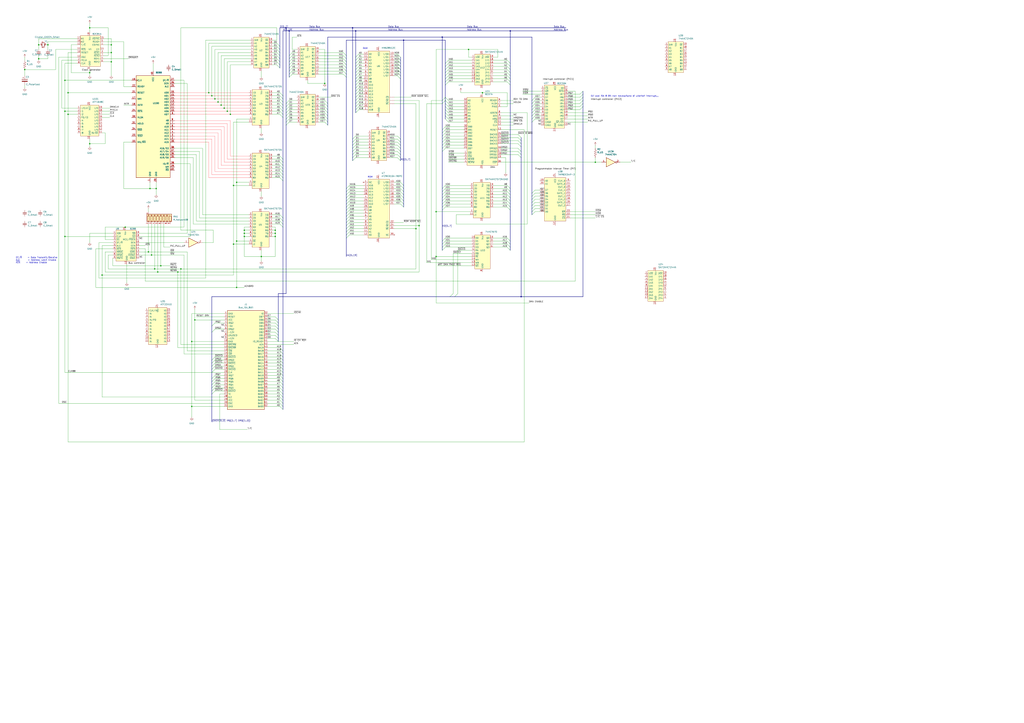
<source format=kicad_sch>
(kicad_sch (version 20250114) (generator "eeschema") (generator_version "9.0")
  (paper "A1")
  (lib_symbols
    (symbol "82C84A_1"
      (property "Reference" "U" (at 0.508 0.762 0))
      (property "Value" "82C84A" (at 7.62 -11.43 90))
      (symbol "82C84A_1_1_1"
        (pin input clock (at -2.54 -2.54 0) (length 2.54) (name "X1") (number "17"))
        (pin input clock (at -2.54 -5.08 0) (length 2.54) (name "X2") (number "16"))
        (pin input line (at -2.54 -7.62 0) (length 2.54) (name "F/~{C}") (number "13"))
        (pin input line (at -2.54 -11.43 0) (length 2.54) (name "~{RES}") (number "11"))
        (pin output line (at -2.54 -13.97 0) (length 2.54) (name "RESET") (number "10"))
        (pin output line (at -2.54 -17.78 0) (length 2.54) (name "OSC") (number "12"))
        (pin output line (at -2.54 -20.32 0) (length 2.54) (name "PCLK") (number "2"))
        (pin output line (at -2.54 -22.86 0) (length 2.54) (name "CLK") (number "8"))
        (pin power_in line (at 7.62 2.54 270) (length 2.54) (name "Vcc") (number "18"))
        (pin power_in line (at 7.62 -27.94 90) (length 2.54) (name "GND") (number "9"))
        (pin input line (at 19.05 -2.54 180) (length 2.54) (name "~{ASYNC}") (number "15"))
        (pin output line (at 19.05 -5.08 180) (length 2.54) (name "READY") (number "5"))
        (pin input line (at 19.05 -7.62 180) (length 2.54) (name "CSYNC") (number "1"))
        (pin input line (at 19.05 -11.43 180) (length 2.54) (name "EFI") (number "14"))
        (pin input line (at 19.05 -13.97 180) (length 2.54) (name "~{AEN1}") (number "3"))
        (pin input line (at 19.05 -16.51 180) (length 2.54) (name "~{AEN2}") (number "7"))
        (pin input line (at 19.05 -19.05 180) (length 2.54) (name "RDY1") (number "4"))
        (pin input line (at 19.05 -21.59 180) (length 2.54) (name "RDY2") (number "6"))
      )
    )
    (symbol "Connector:Bus_ISA_8bit"
      (property "Reference" "J" (at 0 42.545 0))
      (property "Value" "Bus_ISA_8bit" (at 0 -42.545 0))
      (symbol "Bus_ISA_8bit_1_1"
        (pin power_in line (at -17.78 38.1 0) (length 2.54) (name "GND") (number "1"))
        (pin output line (at -17.78 35.56 0) (length 2.54) (name "RESET") (number "2"))
        (pin power_in line (at -17.78 33.02 0) (length 2.54) (name "VCC") (number "3"))
        (pin passive line (at -17.78 30.48 0) (length 2.54) (name "IRQ2") (number "4"))
        (pin power_in line (at -17.78 27.94 0) (length 2.54) (name "-5V") (number "5"))
        (pin passive line (at -17.78 25.4 0) (length 2.54) (name "DRQ2") (number "6"))
        (pin power_in line (at -17.78 22.86 0) (length 2.54) (name "-12V") (number "7"))
        (pin passive line (at -17.78 20.32 0) (length 2.54) (name "UNUSED") (number "8"))
        (pin power_in line (at -17.78 17.78 0) (length 2.54) (name "+12V") (number "9"))
        (pin power_in line (at -17.78 15.24 0) (length 2.54) (name "GND") (number "10"))
        (pin output line (at -17.78 12.7 0) (length 2.54) (name "~{SMEMW}") (number "11"))
        (pin output line (at -17.78 10.16 0) (length 2.54) (name "~{SMEMR}") (number "12"))
        (pin output line (at -17.78 7.62 0) (length 2.54) (name "~{IOW}") (number "13"))
        (pin output line (at -17.78 5.08 0) (length 2.54) (name "~{IOR}") (number "14"))
        (pin passive line (at -17.78 2.54 0) (length 2.54) (name "~{DACK3}") (number "15"))
        (pin passive line (at -17.78 0 0) (length 2.54) (name "DRQ3") (number "16"))
        (pin passive line (at -17.78 -2.54 0) (length 2.54) (name "~{DACK1}") (number "17"))
        (pin passive line (at -17.78 -5.08 0) (length 2.54) (name "DRQ1") (number "18"))
        (pin passive line (at -17.78 -7.62 0) (length 2.54) (name "~{DACK0}") (number "19"))
        (pin output line (at -17.78 -10.16 0) (length 2.54) (name "CLK") (number "20"))
        (pin passive line (at -17.78 -12.7 0) (length 2.54) (name "IRQ7") (number "21"))
        (pin passive line (at -17.78 -15.24 0) (length 2.54) (name "IRQ6") (number "22"))
        (pin passive line (at -17.78 -17.78 0) (length 2.54) (name "IRQ5") (number "23"))
        (pin passive line (at -17.78 -20.32 0) (length 2.54) (name "IRQ4") (number "24"))
        (pin passive line (at -17.78 -22.86 0) (length 2.54) (name "IRQ3") (number "25"))
        (pin passive line (at -17.78 -25.4 0) (length 2.54) (name "~{DACK2}") (number "26"))
        (pin passive line (at -17.78 -27.94 0) (length 2.54) (name "TC") (number "27"))
        (pin output line (at -17.78 -30.48 0) (length 2.54) (name "ALE") (number "28"))
        (pin power_in line (at -17.78 -33.02 0) (length 2.54) (name "VCC") (number "29"))
        (pin output line (at -17.78 -35.56 0) (length 2.54) (name "OSC") (number "30"))
        (pin power_in line (at -17.78 -38.1 0) (length 2.54) (name "GND") (number "31"))
        (pin passive line (at 17.78 38.1 180) (length 2.54) (name "IO") (number "32"))
        (pin tri_state line (at 17.78 35.56 180) (length 2.54) (name "DB7") (number "33"))
        (pin tri_state line (at 17.78 33.02 180) (length 2.54) (name "DB6") (number "34"))
        (pin tri_state line (at 17.78 30.48 180) (length 2.54) (name "DB5") (number "35"))
        (pin tri_state line (at 17.78 27.94 180) (length 2.54) (name "DB4") (number "36"))
        (pin tri_state line (at 17.78 25.4 180) (length 2.54) (name "DB3") (number "37"))
        (pin tri_state line (at 17.78 22.86 180) (length 2.54) (name "DB2") (number "38"))
        (pin tri_state line (at 17.78 20.32 180) (length 2.54) (name "DB1") (number "39"))
        (pin tri_state line (at 17.78 17.78 180) (length 2.54) (name "DB0") (number "40"))
        (pin passive line (at 17.78 15.24 180) (length 2.54) (name "IO_READY") (number "41"))
        (pin output line (at 17.78 12.7 180) (length 2.54) (name "AEN") (number "42"))
        (pin tri_state line (at 17.78 10.16 180) (length 2.54) (name "BA19") (number "43"))
        (pin tri_state line (at 17.78 7.62 180) (length 2.54) (name "BA18") (number "44"))
        (pin tri_state line (at 17.78 5.08 180) (length 2.54) (name "BA17") (number "45"))
        (pin tri_state line (at 17.78 2.54 180) (length 2.54) (name "BA16") (number "46"))
        (pin tri_state line (at 17.78 0 180) (length 2.54) (name "BA15") (number "47"))
        (pin tri_state line (at 17.78 -2.54 180) (length 2.54) (name "BA14") (number "48"))
        (pin tri_state line (at 17.78 -5.08 180) (length 2.54) (name "BA13") (number "49"))
        (pin tri_state line (at 17.78 -7.62 180) (length 2.54) (name "BA12") (number "50"))
        (pin tri_state line (at 17.78 -10.16 180) (length 2.54) (name "BA11") (number "51"))
        (pin tri_state line (at 17.78 -12.7 180) (length 2.54) (name "BA10") (number "52"))
        (pin tri_state line (at 17.78 -15.24 180) (length 2.54) (name "BA09") (number "53"))
        (pin tri_state line (at 17.78 -17.78 180) (length 2.54) (name "BA08") (number "54"))
        (pin tri_state line (at 17.78 -20.32 180) (length 2.54) (name "BA07") (number "55"))
        (pin tri_state line (at 17.78 -22.86 180) (length 2.54) (name "BA06") (number "56"))
        (pin tri_state line (at 17.78 -25.4 180) (length 2.54) (name "BA05") (number "57"))
        (pin tri_state line (at 17.78 -27.94 180) (length 2.54) (name "BA04") (number "58"))
        (pin tri_state line (at 17.78 -30.48 180) (length 2.54) (name "BA03") (number "59"))
        (pin tri_state line (at 17.78 -33.02 180) (length 2.54) (name "BA02") (number "60"))
        (pin tri_state line (at 17.78 -35.56 180) (length 2.54) (name "BA01") (number "61"))
        (pin tri_state line (at 17.78 -38.1 180) (length 2.54) (name "BA00") (number "62"))
      )
    )
    (symbol "Custom:74AHCT04"
      (property "Reference" "U" (at 0 1.27 0))
      (property "Value" "74AHCT04" (at -1.016 4.826 0))
      (symbol "74AHCT04_1_0"
        (pin input line (at -7.62 0 0) (length 3.81) (name "~") (number "1"))
        (pin output inverted (at 7.62 0 180) (length 3.81) (name "~") (number "2"))
      )
      (symbol "74AHCT04_2_0"
        (pin input line (at -7.62 0 0) (length 3.81) (name "~") (number "3"))
        (pin output inverted (at 7.62 0 180) (length 3.81) (name "~") (number "4"))
      )
      (symbol "74AHCT04_3_0"
        (pin input line (at -7.62 0 0) (length 3.81) (name "~") (number "5"))
        (pin output inverted (at 7.62 0 180) (length 3.81) (name "~") (number "6"))
      )
      (symbol "74AHCT04_4_0"
        (pin input line (at -7.62 0 0) (length 3.81) (name "~") (number "9"))
        (pin output inverted (at 7.62 0 180) (length 3.81) (name "~") (number "8"))
      )
      (symbol "74AHCT04_5_0"
        (pin input line (at -7.62 0 0) (length 3.81) (name "~") (number "11"))
        (pin output inverted (at 7.62 0 180) (length 3.81) (name "~") (number "10"))
      )
      (symbol "74AHCT04_6_0"
        (pin input line (at -7.62 0 0) (length 3.81) (name "~") (number "13"))
        (pin output inverted (at 7.62 0 180) (length 3.81) (name "~") (number "12"))
      )
      (symbol "74AHCT04_7_0"
        (pin power_in line (at 0 12.7 270) (length 5.08) (name "VCC") (number "14"))
        (pin power_in line (at 0 -12.7 90) (length 5.08) (name "GND") (number "7"))
      )
    )
    (symbol "Custom:74AHCT245N"
      (property "Reference" "U" (at 0.508 0.762 0))
      (property "Value" "74AHCT245N" (at 6.604 -12.446 90))
      (symbol "74AHCT245N_1_1"
        (pin input line (at -2.54 -2.54 0) (length 2.54) (name "DIR") (number "1"))
        (pin bidirectional line (at -2.54 -5.08 0) (length 2.54) (name "A1") (number "2"))
        (pin bidirectional line (at -2.54 -7.62 0) (length 2.54) (name "A2") (number "3"))
        (pin bidirectional line (at -2.54 -10.16 0) (length 2.54) (name "A3") (number "4"))
        (pin bidirectional line (at -2.54 -12.7 0) (length 2.54) (name "A4") (number "5"))
        (pin bidirectional line (at -2.54 -15.24 0) (length 2.54) (name "A5") (number "6"))
        (pin bidirectional line (at -2.54 -17.78 0) (length 2.54) (name "A6") (number "7"))
        (pin bidirectional line (at -2.54 -20.32 0) (length 2.54) (name "A7") (number "8"))
        (pin input line (at -2.54 -22.86 0) (length 2.54) (name "A8") (number "9"))
        (pin power_in line (at 6.35 2.54 270) (length 2.54) (name "Vcc") (number "20"))
        (pin power_in line (at 6.35 -27.94 90) (length 2.54) (name "GND") (number "10"))
        (pin input line (at 15.24 -2.54 180) (length 2.54) (name "~{OE}") (number "19"))
        (pin bidirectional line (at 15.24 -5.08 180) (length 2.54) (name "B1") (number "18"))
        (pin bidirectional line (at 15.24 -7.62 180) (length 2.54) (name "B2") (number "17"))
        (pin bidirectional line (at 15.24 -10.16 180) (length 2.54) (name "B3") (number "16"))
        (pin bidirectional line (at 15.24 -12.7 180) (length 2.54) (name "B4") (number "15"))
        (pin bidirectional line (at 15.24 -15.24 180) (length 2.54) (name "B5") (number "14"))
        (pin bidirectional line (at 15.24 -17.78 180) (length 2.54) (name "B6") (number "13"))
        (pin bidirectional line (at 15.24 -20.32 180) (length 2.54) (name "B7") (number "12"))
        (pin bidirectional line (at 15.24 -22.86 180) (length 2.54) (name "B8") (number "11"))
      )
    )
    (symbol "Custom:74HCT670"
      (property "Reference" "U" (at 0.508 0.762 0))
      (property "Value" "74HCT670" (at 6.604 -13.97 90))
      (symbol "74HCT670_1_1"
        (pin input line (at -2.54 -2.54 0) (length 2.54) (name "D0") (number "15"))
        (pin input line (at -2.54 -5.08 0) (length 2.54) (name "D1") (number "1"))
        (pin input line (at -2.54 -7.62 0) (length 2.54) (name "D2") (number "2"))
        (pin input line (at -2.54 -10.16 0) (length 2.54) (name "D3") (number "3"))
        (pin input line (at -2.54 -12.7 0) (length 2.54) (name "RA") (number "5"))
        (pin input line (at -2.54 -15.24 0) (length 2.54) (name "RB") (number "4"))
        (pin input line (at -2.54 -17.78 0) (length 2.54) (name "~{RE}") (number "11"))
        (pin input line (at -2.54 -20.32 0) (length 2.54) (name "WA") (number "14"))
        (pin input line (at -2.54 -22.86 0) (length 2.54) (name "WB") (number "13"))
        (pin input line (at -2.54 -25.4 0) (length 2.54) (name "~{WE}") (number "12"))
        (pin power_in line (at 6.35 2.54 270) (length 2.54) (name "Vcc") (number "16"))
        (pin power_in line (at 6.35 -30.48 90) (length 2.54) (name "GND") (number "8"))
        (pin tri_state line (at 15.24 -2.54 180) (length 2.54) (name "Q0") (number "10"))
        (pin tri_state line (at 15.24 -5.08 180) (length 2.54) (name "Q1") (number "9"))
        (pin tri_state line (at 15.24 -7.62 180) (length 2.54) (name "Q2") (number "7"))
        (pin tri_state line (at 15.24 -10.16 180) (length 2.54) (name "Q3") (number "6"))
      )
    )
    (symbol "Custom:8237A"
      (property "Reference" "U" (at 0.508 1.016 0))
      (property "Value" "8237A" (at 12.7 -22.606 90))
      (symbol "8237A_1_1"
        (pin bidirectional line (at -2.54 -2.54 0) (length 2.54) (name "A0") (number "32"))
        (pin bidirectional line (at -2.54 -5.08 0) (length 2.54) (name "A1") (number "33"))
        (pin bidirectional line (at -2.54 -7.62 0) (length 2.54) (name "A2") (number "34"))
        (pin bidirectional line (at -2.54 -10.16 0) (length 2.54) (name "A3") (number "35"))
        (pin output line (at -2.54 -12.7 0) (length 2.54) (name "A4") (number "37"))
        (pin output line (at -2.54 -15.24 0) (length 2.54) (name "A5") (number "38"))
        (pin output line (at -2.54 -17.78 0) (length 2.54) (name "A6") (number "39"))
        (pin output line (at -2.54 -20.32 0) (length 2.54) (name "A7") (number "40"))
        (pin input line (at -2.54 -24.13 0) (length 2.54) (name "DB0") (number "30"))
        (pin input line (at -2.54 -26.67 0) (length 2.54) (name "DB1") (number "29"))
        (pin input line (at -2.54 -29.21 0) (length 2.54) (name "DB2") (number "28"))
        (pin input line (at -2.54 -31.75 0) (length 2.54) (name "DB3") (number "27"))
        (pin input line (at -2.54 -34.29 0) (length 2.54) (name "DB4") (number "26"))
        (pin input line (at -2.54 -36.83 0) (length 2.54) (name "DB5") (number "23"))
        (pin input line (at -2.54 -39.37 0) (length 2.54) (name "DB6") (number "22"))
        (pin input line (at -2.54 -41.91 0) (length 2.54) (name "DB7") (number "21"))
        (pin bidirectional line (at -2.54 -45.72 0) (length 2.54) (name "~{IOR}") (number "1"))
        (pin bidirectional line (at -2.54 -48.26 0) (length 2.54) (name "~{IOW}") (number "2"))
        (pin output line (at -2.54 -50.8 0) (length 2.54) (name "~{MEMR}") (number "3"))
        (pin output line (at -2.54 -53.34 0) (length 2.54) (name "~{MEMW}") (number "4"))
        (pin power_in line (at 12.7 2.54 270) (length 2.54) (name "VCC") (number "31"))
        (pin power_in line (at 12.7 -58.42 90) (length 2.54) (name "VSS") (number "20"))
        (pin input line (at 27.94 -2.54 180) (length 2.54) (name "READY") (number "6"))
        (pin input line (at 27.94 -5.08 180) (length 2.54) (name "HLDA") (number "7"))
        (pin input line (at 27.94 -7.62 180) (length 2.54) (name "PIN5") (number "5"))
        (pin output line (at 27.94 -12.7 180) (length 2.54) (name "ADSTB") (number "8"))
        (pin output line (at 27.94 -15.24 180) (length 2.54) (name "AEN") (number "9"))
        (pin output line (at 27.94 -17.78 180) (length 2.54) (name "HRQ") (number "10"))
        (pin input line (at 27.94 -20.32 180) (length 2.54) (name "~{CS}") (number "11"))
        (pin input line (at 27.94 -22.86 180) (length 2.54) (name "CLK") (number "12"))
        (pin input line (at 27.94 -26.67 180) (length 2.54) (name "RESET") (number "13"))
        (pin output line (at 27.94 -30.48 180) (length 2.54) (name "DACK0") (number "25"))
        (pin output line (at 27.94 -33.02 180) (length 2.54) (name "DACK1") (number "24"))
        (pin output line (at 27.94 -35.56 180) (length 2.54) (name "DACK2") (number "14"))
        (pin output line (at 27.94 -38.1 180) (length 2.54) (name "DACK3") (number "15"))
        (pin input line (at 27.94 -41.91 180) (length 2.54) (name "DREQ3") (number "16"))
        (pin input line (at 27.94 -44.45 180) (length 2.54) (name "DREQ2") (number "17"))
        (pin input line (at 27.94 -46.99 180) (length 2.54) (name "DREQ1") (number "18"))
        (pin input line (at 27.94 -49.53 180) (length 2.54) (name "DREQ0") (number "19"))
        (pin bidirectional line (at 27.94 -53.34 180) (length 2.54) (name "~{EOP}") (number "36"))
      )
    )
    (symbol "Custom:82C59A"
      (property "Reference" "U" (at 0.508 1.016 0))
      (property "Value" "82C59A" (at 8.636 -16.256 90))
      (symbol "82C59A_1_1"
        (pin input line (at -2.54 -2.54 0) (length 2.54) (name "~{CS}") (number "1"))
        (pin input line (at -2.54 -5.08 0) (length 2.54) (name "~{WR}") (number "2"))
        (pin input line (at -2.54 -7.62 0) (length 2.54) (name "~{RD}") (number "3"))
        (pin input line (at -2.54 -10.16 0) (length 2.54) (name "D7") (number "4"))
        (pin input line (at -2.54 -12.7 0) (length 2.54) (name "D6") (number "5"))
        (pin input line (at -2.54 -15.24 0) (length 2.54) (name "D5") (number "6"))
        (pin input line (at -2.54 -17.78 0) (length 2.54) (name "D4") (number "7"))
        (pin input line (at -2.54 -20.32 0) (length 2.54) (name "D3") (number "8"))
        (pin input line (at -2.54 -22.86 0) (length 2.54) (name "D2") (number "9"))
        (pin input line (at -2.54 -25.4 0) (length 2.54) (name "D1") (number "10"))
        (pin input line (at -2.54 -27.94 0) (length 2.54) (name "D0") (number "11"))
        (pin input line (at -2.54 -30.48 0) (length 2.54) (name "CAS0") (number "12"))
        (pin input line (at -2.54 -33.02 0) (length 2.54) (name "CAS1") (number "13"))
        (pin power_in line (at 8.89 2.54 270) (length 2.54) (name "VCC") (number "28"))
        (pin power_in line (at 8.89 -38.1 90) (length 2.54) (name "GND") (number "14"))
        (pin input line (at 19.05 -2.54 180) (length 2.54) (name "A0") (number "27"))
        (pin input line (at 19.05 -5.08 180) (length 2.54) (name "~{INTA}") (number "26"))
        (pin input line (at 19.05 -7.62 180) (length 2.54) (name "IR7") (number "25"))
        (pin input line (at 19.05 -10.16 180) (length 2.54) (name "IR6") (number "24"))
        (pin input line (at 19.05 -12.7 180) (length 2.54) (name "IR5") (number "23"))
        (pin input line (at 19.05 -15.24 180) (length 2.54) (name "IR4") (number "22"))
        (pin input line (at 19.05 -17.78 180) (length 2.54) (name "IR3") (number "21"))
        (pin input line (at 19.05 -20.32 180) (length 2.54) (name "IR2") (number "20"))
        (pin input line (at 19.05 -22.86 180) (length 2.54) (name "IR1") (number "19"))
        (pin input line (at 19.05 -25.4 180) (length 2.54) (name "IR0") (number "18"))
        (pin input line (at 19.05 -27.94 180) (length 2.54) (name "INT") (number "17"))
        (pin input line (at 19.05 -30.48 180) (length 2.54) (name "~{SP}/~{EN}") (number ""))
        (pin input line (at 19.05 -33.02 180) (length 2.54) (name "CAS2") (number "15"))
      )
    )
    (symbol "Custom:82C88"
      (property "Reference" "U" (at 0.508 0.762 0))
      (property "Value" "8288" (at 8.382 -12.192 90))
      (symbol "82C88_1_1"
        (pin input line (at -2.54 -2.54 0) (length 2.54) (name "IOB") (number "1"))
        (pin input line (at -2.54 -5.08 0) (length 2.54) (name "CLK") (number "2"))
        (pin input line (at -2.54 -7.62 0) (length 2.54) (name "~{S1}") (number "3"))
        (pin output line (at -2.54 -10.16 0) (length 2.54) (name "DT/~{R}") (number "4"))
        (pin output line (at -2.54 -12.7 0) (length 2.54) (name "ALE") (number "5"))
        (pin input line (at -2.54 -15.24 0) (length 2.54) (name "~{AEN}") (number "6"))
        (pin output line (at -2.54 -17.78 0) (length 2.54) (name "~{MRDC}") (number "7"))
        (pin output line (at -2.54 -20.32 0) (length 2.54) (name "~{AMWC}") (number "8"))
        (pin output line (at -2.54 -22.86 0) (length 2.54) (name "~{MWTC}") (number "9"))
        (pin power_in line (at 7.62 2.54 270) (length 2.54) (name "Vcc") (number "20"))
        (pin power_in line (at 8.89 -27.94 90) (length 2.54) (name "GND") (number "10"))
        (pin input line (at 19.05 -2.54 180) (length 2.54) (name "~{S0}") (number "19"))
        (pin input line (at 19.05 -5.08 180) (length 2.54) (name "~{S2}") (number "18"))
        (pin output line (at 19.05 -7.62 180) (length 2.54) (name "MCE/~{PDEN}") (number "17"))
        (pin output line (at 19.05 -10.16 180) (length 2.54) (name "DEN") (number "16"))
        (pin input line (at 19.05 -12.7 180) (length 2.54) (name "CEN") (number "15"))
        (pin output line (at 19.05 -15.24 180) (length 2.54) (name "~{INTA}") (number "14"))
        (pin output line (at 19.05 -17.78 180) (length 2.54) (name "~{IORC}") (number "13"))
        (pin output line (at 19.05 -20.32 180) (length 2.54) (name "~{AIOWC}") (number "12"))
        (pin output line (at 19.05 -22.86 180) (length 2.54) (name "~{IOWC}") (number "11"))
      )
    )
    (symbol "Custom:AT29C010A-90PC"
      (property "Reference" "U" (at 0.508 1.27 0))
      (property "Value" "AT29C010A-90PC" (at 8.636 -22.098 90))
      (symbol "AT29C010A-90PC_1_1"
        (pin no_connect line (at -3.81 -2.54 0) (length 3.81) (name "NC") (number "1"))
        (pin input line (at -3.81 -5.08 0) (length 3.81) (name "A16") (number "2"))
        (pin input line (at -3.81 -7.62 0) (length 3.81) (name "A15") (number "3"))
        (pin input line (at -3.81 -10.16 0) (length 3.81) (name "A14") (number "29"))
        (pin input line (at -3.81 -12.7 0) (length 3.81) (name "A13") (number "28"))
        (pin input line (at -3.81 -15.24 0) (length 3.81) (name "A12") (number "4"))
        (pin input line (at -3.81 -17.78 0) (length 3.81) (name "A11") (number "25"))
        (pin input line (at -3.81 -20.32 0) (length 3.81) (name "A10") (number "23"))
        (pin input line (at -3.81 -22.86 0) (length 3.81) (name "A9") (number "26"))
        (pin input line (at -3.81 -25.4 0) (length 3.81) (name "A8") (number "27"))
        (pin input line (at -3.81 -27.94 0) (length 3.81) (name "A7") (number "5"))
        (pin input line (at -3.81 -30.48 0) (length 3.81) (name "A6") (number "6"))
        (pin input line (at -3.81 -33.02 0) (length 3.81) (name "A5") (number "7"))
        (pin input line (at -3.81 -35.56 0) (length 3.81) (name "A4") (number "8"))
        (pin input line (at -3.81 -38.1 0) (length 3.81) (name "A3") (number "9"))
        (pin input line (at -3.81 -40.64 0) (length 3.81) (name "A2") (number "10"))
        (pin input line (at -3.81 -43.18 0) (length 3.81) (name "A1") (number "11"))
        (pin input line (at -3.81 -45.72 0) (length 3.81) (name "A0") (number "12"))
        (pin power_in line (at 8.89 3.81 270) (length 3.81) (name "VCC") (number "32"))
        (pin power_in line (at 8.89 -52.07 90) (length 3.81) (name "GND") (number "16"))
        (pin bidirectional line (at 21.59 -2.54 180) (length 3.81) (name "I/O0") (number "13"))
        (pin bidirectional line (at 21.59 -5.08 180) (length 3.81) (name "I/O1") (number "14"))
        (pin bidirectional line (at 21.59 -7.62 180) (length 3.81) (name "I/O2") (number "15"))
        (pin bidirectional line (at 21.59 -10.16 180) (length 3.81) (name "I/O3") (number "17"))
        (pin bidirectional line (at 21.59 -12.7 180) (length 3.81) (name "I/O4") (number "18"))
        (pin bidirectional line (at 21.59 -15.24 180) (length 3.81) (name "I/O5") (number "19"))
        (pin bidirectional line (at 21.59 -17.78 180) (length 3.81) (name "I/O6") (number "20"))
        (pin bidirectional line (at 21.59 -20.32 180) (length 3.81) (name "I/O7") (number "21"))
        (pin input line (at 21.59 -35.56 180) (length 3.81) (name "~{CE}") (number "22"))
        (pin input line (at 21.59 -38.1 180) (length 3.81) (name "~{OE}") (number "24"))
        (pin input line (at 21.59 -40.64 180) (length 3.81) (name "~{WE}") (number "31"))
        (pin no_connect line (at 21.59 -45.72 180) (length 3.81) (name "NC") (number "30"))
      )
    )
    (symbol "Custom:ATF16V8C"
      (property "Reference" "U" (at 0.508 0.762 0))
      (property "Value" "ATF16V8C" (at 14.732 1.27 0))
      (symbol "ATF16V8C_1_1"
        (pin input line (at -2.54 -2.54 0) (length 2.54) (name "I/CLK") (number "1"))
        (pin input line (at -2.54 -5.08 0) (length 2.54) (name "I1") (number "2"))
        (pin input line (at -2.54 -7.62 0) (length 2.54) (name "I2") (number "3"))
        (pin input line (at -2.54 -10.16 0) (length 2.54) (name "PD/I3") (number "4"))
        (pin input line (at -2.54 -12.7 0) (length 2.54) (name "I4") (number "5"))
        (pin input line (at -2.54 -15.24 0) (length 2.54) (name "I5") (number "6"))
        (pin input line (at -2.54 -17.78 0) (length 2.54) (name "I6") (number "7"))
        (pin input line (at -2.54 -20.32 0) (length 2.54) (name "I7") (number "8"))
        (pin input line (at -2.54 -22.86 0) (length 2.54) (name "I8") (number "9"))
        (pin power_in line (at 7.62 2.54 270) (length 2.54) (name "VCC") (number "20"))
        (pin power_in line (at 7.62 -27.94 90) (length 2.54) (name "GND") (number "10"))
        (pin bidirectional line (at 17.78 -2.54 180) (length 2.54) (name "I/O") (number "19"))
        (pin bidirectional line (at 17.78 -5.08 180) (length 2.54) (name "I/O") (number "18"))
        (pin bidirectional line (at 17.78 -7.62 180) (length 2.54) (name "I/O") (number "17"))
        (pin bidirectional line (at 17.78 -10.16 180) (length 2.54) (name "I/O") (number "16"))
        (pin bidirectional line (at 17.78 -12.7 180) (length 2.54) (name "I/O") (number "15"))
        (pin bidirectional line (at 17.78 -15.24 180) (length 2.54) (name "I/O") (number "14"))
        (pin bidirectional line (at 17.78 -17.78 180) (length 2.54) (name "I/O") (number "13"))
        (pin bidirectional line (at 17.78 -20.32 180) (length 2.54) (name "I/O") (number "12"))
        (pin bidirectional line (at 17.78 -22.86 180) (length 2.54) (name "I9/~{OE}") (number "11"))
      )
    )
    (symbol "Custom:ATF22V10"
      (property "Reference" "U" (at 0.254 0.762 0))
      (property "Value" "ATF22V10" (at 8.128 -18.034 90))
      (symbol "ATF22V10_1_1"
        (pin input line (at -2.54 -2.54 0) (length 2.54) (name "CLK/IN") (number "1"))
        (pin input line (at -2.54 -5.08 0) (length 2.54) (name "IN") (number "2"))
        (pin input line (at -2.54 -7.62 0) (length 2.54) (name "IN") (number "3"))
        (pin input line (at -2.54 -10.16 0) (length 2.54) (name "IN/PD") (number "4"))
        (pin input line (at -2.54 -12.7 0) (length 2.54) (name "IN") (number "5"))
        (pin input line (at -2.54 -15.24 0) (length 2.54) (name "IN") (number "6"))
        (pin input line (at -2.54 -17.78 0) (length 2.54) (name "IN") (number "7"))
        (pin input line (at -2.54 -20.32 0) (length 2.54) (name "IN") (number "8"))
        (pin input line (at -2.54 -22.86 0) (length 2.54) (name "IN") (number "9"))
        (pin input line (at -2.54 -25.4 0) (length 2.54) (name "IN") (number "10"))
        (pin input line (at -2.54 -27.94 0) (length 2.54) (name "IN") (number "11"))
        (pin power_in line (at 7.62 2.54 270) (length 2.54) (name "Vcc") (number "24"))
        (pin power_in line (at 7.62 -33.02 90) (length 2.54) (name "GND") (number "12"))
        (pin bidirectional line (at 17.78 -2.54 180) (length 2.54) (name "IO") (number "23"))
        (pin bidirectional line (at 17.78 -5.08 180) (length 2.54) (name "IO") (number "22"))
        (pin bidirectional line (at 17.78 -7.62 180) (length 2.54) (name "IO") (number "21"))
        (pin bidirectional line (at 17.78 -10.16 180) (length 2.54) (name "IO") (number "20"))
        (pin bidirectional line (at 17.78 -12.7 180) (length 2.54) (name "IO") (number "19"))
        (pin bidirectional line (at 17.78 -15.24 180) (length 2.54) (name "IO") (number "18"))
        (pin bidirectional line (at 17.78 -17.78 180) (length 2.54) (name "IO") (number "17"))
        (pin bidirectional line (at 17.78 -20.32 180) (length 2.54) (name "IO") (number "16"))
        (pin bidirectional line (at 17.78 -22.86 180) (length 2.54) (name "IO") (number "15"))
        (pin bidirectional line (at 17.78 -25.4 180) (length 2.54) (name "IO") (number "14"))
        (pin input line (at 17.78 -27.94 180) (length 2.54) (name "IN") (number "13"))
      )
    )
    (symbol "Custom:HM628512C"
      (property "Reference" "U" (at 0.508 1.016 0))
      (property "Value" "HM628512C" (at 8.89 -25.146 90))
      (symbol "HM628512C_1_1"
        (pin input line (at -3.81 -2.54 0) (length 3.81) (name "A0") (number "12"))
        (pin input line (at -3.81 -5.08 0) (length 3.81) (name "A1") (number "11"))
        (pin input line (at -3.81 -7.62 0) (length 3.81) (name "A2") (number "10"))
        (pin input line (at -3.81 -10.16 0) (length 3.81) (name "A3") (number "9"))
        (pin input line (at -3.81 -12.7 0) (length 3.81) (name "A4") (number "8"))
        (pin input line (at -3.81 -15.24 0) (length 3.81) (name "A5") (number "7"))
        (pin input line (at -3.81 -17.78 0) (length 3.81) (name "A6") (number "6"))
        (pin input line (at -3.81 -20.32 0) (length 3.81) (name "A7") (number "5"))
        (pin input line (at -3.81 -22.86 0) (length 3.81) (name "A8") (number "27"))
        (pin input line (at -3.81 -25.4 0) (length 3.81) (name "A9") (number "26"))
        (pin input line (at -3.81 -27.94 0) (length 3.81) (name "A10") (number "23"))
        (pin input line (at -3.81 -30.48 0) (length 3.81) (name "A11") (number "25"))
        (pin input line (at -3.81 -33.02 0) (length 3.81) (name "A12") (number "4"))
        (pin input line (at -3.81 -35.56 0) (length 3.81) (name "A13") (number "28"))
        (pin input line (at -3.81 -38.1 0) (length 3.81) (name "A14") (number "3"))
        (pin input line (at -3.81 -40.64 0) (length 3.81) (name "A15") (number "31"))
        (pin input line (at -3.81 -43.18 0) (length 3.81) (name "A16") (number "2"))
        (pin input line (at -3.81 -45.72 0) (length 3.81) (name "A17") (number "30"))
        (pin input line (at -3.81 -48.26 0) (length 3.81) (name "A18") (number "1"))
        (pin power_in line (at 8.89 3.81 270) (length 3.81) (name "VCC") (number "32"))
        (pin power_in line (at 8.89 -54.61 90) (length 3.81) (name "GND") (number "16"))
        (pin bidirectional line (at 21.59 -2.54 180) (length 3.81) (name "I/O0") (number "13"))
        (pin bidirectional line (at 21.59 -5.08 180) (length 3.81) (name "I/O1") (number "14"))
        (pin bidirectional line (at 21.59 -7.62 180) (length 3.81) (name "I/O2") (number "15"))
        (pin bidirectional line (at 21.59 -10.16 180) (length 3.81) (name "I/O3") (number "17"))
        (pin bidirectional line (at 21.59 -12.7 180) (length 3.81) (name "I/O4") (number "18"))
        (pin bidirectional line (at 21.59 -15.24 180) (length 3.81) (name "I/O5") (number "19"))
        (pin bidirectional line (at 21.59 -17.78 180) (length 3.81) (name "I/O6") (number "20"))
        (pin bidirectional line (at 21.59 -20.32 180) (length 3.81) (name "I/O7") (number "21"))
        (pin bidirectional line (at 21.59 -38.1 180) (length 3.81) (name "~{CS}") (number ""))
        (pin bidirectional line (at 21.59 -40.64 180) (length 3.81) (name "~{OE}") (number ""))
        (pin bidirectional line (at 21.59 -43.18 180) (length 3.81) (name "~{WE}") (number ""))
      )
    )
    (symbol "Custom:SN74AHCT244N"
      (property "Reference" "U" (at 0.508 0.762 0))
      (property "Value" "SN72AHCT244N" (at 6.35 -11.684 90))
      (symbol "SN74AHCT244N_1_1"
        (pin input line (at -2.54 -2.54 0) (length 2.54) (name "1~{OE}") (number "1"))
        (pin input line (at -2.54 -5.08 0) (length 2.54) (name "1A1") (number "2"))
        (pin input line (at -2.54 -7.62 0) (length 2.54) (name "1A2") (number "4"))
        (pin input line (at -2.54 -10.16 0) (length 2.54) (name "1A3") (number "6"))
        (pin input line (at -2.54 -12.7 0) (length 2.54) (name "1A4") (number "8"))
        (pin input line (at -2.54 -15.24 0) (length 2.54) (name "2A1") (number "11"))
        (pin input line (at -2.54 -17.78 0) (length 2.54) (name "2A2") (number "13"))
        (pin input line (at -2.54 -20.32 0) (length 2.54) (name "2A3") (number "15"))
        (pin input line (at -2.54 -22.86 0) (length 2.54) (name "2A4") (number "17"))
        (pin power_in line (at 6.35 2.54 270) (length 2.54) (name "Vcc") (number "20"))
        (pin power_in line (at 6.35 -27.94 90) (length 2.54) (name "GND") (number "10"))
        (pin input line (at 15.24 -2.54 180) (length 2.54) (name "2~{OE}") (number "19"))
        (pin output line (at 15.24 -5.08 180) (length 2.54) (name "1Y1") (number "18"))
        (pin output line (at 15.24 -7.62 180) (length 2.54) (name "1Y2") (number "16"))
        (pin output line (at 15.24 -10.16 180) (length 2.54) (name "1Y3") (number "14"))
        (pin output line (at 15.24 -12.7 180) (length 2.54) (name "1Y4") (number "12"))
        (pin output line (at 15.24 -15.24 180) (length 2.54) (name "2Y1") (number "9"))
        (pin output line (at 15.24 -17.78 180) (length 2.54) (name "2Y2") (number "7"))
        (pin output line (at 15.24 -20.32 180) (length 2.54) (name "2Y3") (number "5"))
        (pin output line (at 15.24 -22.86 180) (length 2.54) (name "2Y4") (number "3"))
      )
    )
    (symbol "Custom:TMP82C54P-2"
      (property "Reference" "U" (at 0.508 1.016 0))
      (property "Value" "TMP82C54P-2" (at 9.144 -15.494 90))
      (symbol "TMP82C54P-2_1_1"
        (pin input line (at -3.81 -2.54 0) (length 3.81) (name "A0") (number "19"))
        (pin input line (at -3.81 -5.08 0) (length 3.81) (name "A1") (number "20"))
        (pin bidirectional line (at -3.81 -10.16 0) (length 3.81) (name "D7") (number "1"))
        (pin bidirectional line (at -3.81 -12.7 0) (length 3.81) (name "D6") (number "2"))
        (pin bidirectional line (at -3.81 -15.24 0) (length 3.81) (name "D5") (number "3"))
        (pin bidirectional line (at -3.81 -17.78 0) (length 3.81) (name "D4") (number "4"))
        (pin bidirectional line (at -3.81 -20.32 0) (length 3.81) (name "D3") (number "5"))
        (pin bidirectional line (at -3.81 -22.86 0) (length 3.81) (name "D2") (number "4"))
        (pin bidirectional line (at -3.81 -25.4 0) (length 3.81) (name "D1") (number "7"))
        (pin bidirectional line (at -3.81 -27.94 0) (length 3.81) (name "D0") (number "8"))
        (pin power_in line (at 8.89 3.81 270) (length 3.81) (name "VCC") (number "24"))
        (pin power_in line (at 8.89 -39.37 90) (length 3.81) (name "GND") (number "12"))
        (pin input line (at 21.59 -2.54 180) (length 3.81) (name "CLK_0") (number "9"))
        (pin input line (at 21.59 -5.08 180) (length 3.81) (name "GATE_0") (number "11"))
        (pin output line (at 21.59 -7.62 180) (length 3.81) (name "OUT_0") (number "10"))
        (pin input line (at 21.59 -10.16 180) (length 3.81) (name "CLK_1") (number "15"))
        (pin input line (at 21.59 -12.7 180) (length 3.81) (name "GATE_1") (number "14"))
        (pin output line (at 21.59 -15.24 180) (length 3.81) (name "OUT_1") (number "13"))
        (pin input line (at 21.59 -17.78 180) (length 3.81) (name "CLK_2") (number "18"))
        (pin input line (at 21.59 -20.32 180) (length 3.81) (name "GATE_2") (number "16"))
        (pin output line (at 21.59 -22.86 180) (length 3.81) (name "OUT_2") (number "17"))
        (pin input line (at 21.59 -27.94 180) (length 3.81) (name "~{WR}") (number "23"))
        (pin input line (at 21.59 -30.48 180) (length 3.81) (name "~{RD}") (number "22"))
        (pin input line (at 21.59 -33.02 180) (length 3.81) (name "~{CS}") (number "21"))
      )
    )
    (symbol "Device:C_Polarized" (pin_numbers (hide yes)) (pin_names (offset 0.254))
      (property "Reference" "C" (at 0.635 2.54 0))
      (property "Value" "C_Polarized" (at 0.635 -2.54 0))
      (symbol "C_Polarized_1_1"
        (pin passive line (at 0 3.81 270) (length 2.794) (name "~") (number "1"))
        (pin passive line (at 0 -3.81 90) (length 2.794) (name "~") (number "2"))
      )
    )
    (symbol "Device:C_Small" (pin_numbers (hide yes)) (pin_names (offset 0.254) (hide yes))
      (property "Reference" "C" (at 0.254 1.778 0))
      (property "Value" "C_Small" (at 0.254 -2.032 0))
      (symbol "C_Small_1_1"
        (pin passive line (at 0 2.54 270) (length 2.032) (name "~") (number "1"))
        (pin passive line (at 0 -2.54 90) (length 2.032) (name "~") (number "2"))
      )
    )
    (symbol "Device:Crystal_GND24_Small" (pin_names (offset 1.016) (hide yes))
      (property "Reference" "Y" (at 1.27 4.445 0))
      (property "Value" "Crystal_GND24_Small" (at 1.27 2.54 0))
      (symbol "Crystal_GND24_Small_1_1"
        (pin passive line (at -2.54 0 0) (length 1.27) (name "1") (number "1"))
        (pin passive line (at 0 2.54 270) (length 0.635) (name "4") (number "4"))
        (pin passive line (at 0 -2.54 90) (length 0.635) (name "2") (number "2"))
        (pin passive line (at 2.54 0 180) (length 1.27) (name "3") (number "3"))
      )
    )
    (symbol "Device:R_Network08" (pin_names (offset 0) (hide yes))
      (property "Reference" "RN" (at -12.7 0 90))
      (property "Value" "R_Network08" (at 10.16 0 90))
      (symbol "R_Network08_1_1"
        (pin passive line (at -10.16 5.08 270) (length 2.54) (name "common") (number "1"))
        (pin passive line (at -10.16 -5.08 90) (length 1.27) (name "R1") (number "2"))
        (pin passive line (at -7.62 -5.08 90) (length 1.27) (name "R2") (number "3"))
        (pin passive line (at -5.08 -5.08 90) (length 1.27) (name "R3") (number "4"))
        (pin passive line (at -2.54 -5.08 90) (length 1.27) (name "R4") (number "5"))
        (pin passive line (at 0 -5.08 90) (length 1.27) (name "R5") (number "6"))
        (pin passive line (at 2.54 -5.08 90) (length 1.27) (name "R6") (number "7"))
        (pin passive line (at 5.08 -5.08 90) (length 1.27) (name "R7") (number "8"))
        (pin passive line (at 7.62 -5.08 90) (length 1.27) (name "R8") (number "9"))
      )
    )
    (symbol "Device:R_US" (pin_numbers (hide yes)) (pin_names (offset 0))
      (property "Reference" "R" (at 2.54 0 90))
      (property "Value" "R_US" (at -2.54 0 90))
      (symbol "R_US_1_1"
        (pin passive line (at 0 3.81 270) (length 1.27) (name "~") (number "1"))
        (pin passive line (at 0 -3.81 90) (length 1.27) (name "~") (number "2"))
      )
    )
    (symbol "MCU_Intel:8088" (pin_names (offset 1.016))
      (property "Reference" "U" (at -12.7 43.18 0))
      (property "Value" "8088" (at 10.16 43.18 0))
      (symbol "8088_1_1"
        (pin input clock (at -17.78 38.1 0) (length 3.81) (name "CLK") (number "19"))
        (pin input line (at -17.78 33.02 0) (length 3.81) (name "READY") (number "22"))
        (pin input line (at -17.78 27.94 0) (length 3.81) (name "RESET") (number "21"))
        (pin input line (at -17.78 22.86 0) (length 3.81) (name "NMI") (number "17"))
        (pin input line (at -17.78 17.78 0) (length 3.81) (name "INTR") (number "18"))
        (pin output line (at -17.78 12.7 0) (length 3.81) (name "~{INTA}") (number "24"))
        (pin output line (at -17.78 7.62 0) (length 3.81) (name "HLDA") (number "30"))
        (pin input line (at -17.78 2.54 0) (length 3.81) (name "HOLD") (number "31"))
        (pin output line (at -17.78 -2.54 0) (length 3.81) (name "~{SSO}") (number "34"))
        (pin input line (at -17.78 -7.62 0) (length 3.81) (name "~{TEST}") (number "23"))
        (pin input line (at -17.78 -12.7 0) (length 3.81) (name "MN/~{MX}") (number "33"))
        (pin power_in line (at -2.54 -45.72 90) (length 3.81) (name "GND") (number "1"))
        (pin power_in line (at 0 45.72 270) (length 3.81) (name "VCC") (number "40"))
        (pin power_in line (at 2.54 -45.72 90) (length 3.81) (name "GND") (number "20"))
        (pin output line (at 17.78 38.1 180) (length 3.81) (name "DT/~{R}") (number "27"))
        (pin output line (at 17.78 35.56 180) (length 3.81) (name "DEN") (number "26"))
        (pin output line (at 17.78 33.02 180) (length 3.81) (name "ALE") (number "25"))
        (pin bidirectional line (at 17.78 27.94 180) (length 3.81) (name "AD0") (number "16"))
        (pin bidirectional line (at 17.78 25.4 180) (length 3.81) (name "AD1") (number "15"))
        (pin bidirectional line (at 17.78 22.86 180) (length 3.81) (name "AD2") (number "14"))
        (pin bidirectional line (at 17.78 20.32 180) (length 3.81) (name "AD3") (number "13"))
        (pin bidirectional line (at 17.78 17.78 180) (length 3.81) (name "AD4") (number "12"))
        (pin bidirectional line (at 17.78 15.24 180) (length 3.81) (name "AD5") (number "11"))
        (pin bidirectional line (at 17.78 12.7 180) (length 3.81) (name "AD6") (number "10"))
        (pin bidirectional line (at 17.78 10.16 180) (length 3.81) (name "AD7") (number "9"))
        (pin output line (at 17.78 5.08 180) (length 3.81) (name "A8") (number "8"))
        (pin output line (at 17.78 2.54 180) (length 3.81) (name "A9") (number "7"))
        (pin output line (at 17.78 0 180) (length 3.81) (name "A10") (number "6"))
        (pin output line (at 17.78 -2.54 180) (length 3.81) (name "A11") (number "5"))
        (pin output line (at 17.78 -5.08 180) (length 3.81) (name "A12") (number "4"))
        (pin output line (at 17.78 -7.62 180) (length 3.81) (name "A13") (number "3"))
        (pin output line (at 17.78 -10.16 180) (length 3.81) (name "A14") (number "2"))
        (pin output line (at 17.78 -12.7 180) (length 3.81) (name "A15") (number "39"))
        (pin output line (at 17.78 -17.78 180) (length 3.81) (name "A16/S3") (number "38"))
        (pin output line (at 17.78 -20.32 180) (length 3.81) (name "A17/S4") (number "37"))
        (pin output line (at 17.78 -22.86 180) (length 3.81) (name "A18/S5") (number "36"))
        (pin output line (at 17.78 -25.4 180) (length 3.81) (name "A19/S6") (number "35"))
        (pin output line (at 17.78 -30.48 180) (length 3.81) (name "IO/~{M}") (number "28"))
        (pin output line (at 17.78 -33.02 180) (length 3.81) (name "WR") (number "29"))
        (pin output output_low (at 17.78 -35.56 180) (length 3.81) (name "~{RD}") (number "32"))
      )
    )
    (symbol "SN74AHCT573N_1"
      (property "Reference" "U" (at 0.508 0.762 0))
      (property "Value" "SN74AHCT573N" (at 7.366 -14.224 90))
      (symbol "SN74AHCT573N_1_1_1"
        (pin input line (at -2.54 -2.54 0) (length 2.54) (name "1D") (number "2"))
        (pin input line (at -2.54 -5.08 0) (length 2.54) (name "2D") (number "3"))
        (pin input line (at -2.54 -7.62 0) (length 2.54) (name "3D") (number "4"))
        (pin input line (at -2.54 -10.16 0) (length 2.54) (name "4D") (number "5"))
        (pin input line (at -2.54 -12.7 0) (length 2.54) (name "5D") (number "6"))
        (pin input line (at -2.54 -15.24 0) (length 2.54) (name "6D") (number "7"))
        (pin input line (at -2.54 -17.78 0) (length 2.54) (name "7D") (number "8"))
        (pin input line (at -2.54 -20.32 0) (length 2.54) (name "8D") (number "9"))
        (pin input line (at -2.54 -24.13 0) (length 2.54) (name "~{OE}") (number "1"))
        (pin input line (at -2.54 -26.67 0) (length 2.54) (name "LE") (number "11"))
        (pin power_in line (at 7.62 2.54 270) (length 2.54) (name "Vcc") (number "20"))
        (pin power_in line (at 7.62 -31.75 90) (length 2.54) (name "GND") (number "10"))
        (pin tri_state line (at 16.51 -2.54 180) (length 2.54) (name "1Q") (number "19"))
        (pin tri_state line (at 16.51 -5.08 180) (length 2.54) (name "2Q") (number "18"))
        (pin tri_state line (at 16.51 -7.62 180) (length 2.54) (name "3Q") (number "17"))
        (pin tri_state line (at 16.51 -10.16 180) (length 2.54) (name "4Q") (number "16"))
        (pin tri_state line (at 16.51 -12.7 180) (length 2.54) (name "5Q") (number "15"))
        (pin tri_state line (at 16.51 -15.24 180) (length 2.54) (name "6Q") (number "14"))
        (pin tri_state line (at 16.51 -17.78 180) (length 2.54) (name "7Q") (number "13"))
        (pin tri_state line (at 16.51 -20.32 180) (length 2.54) (name "8Q") (number "12"))
      )
    )
    (symbol "SN74AHCT573N_2"
      (property "Reference" "U" (at 0.508 0.762 0))
      (property "Value" "SN74AHCT573N" (at 7.366 -14.224 90))
      (symbol "SN74AHCT573N_2_1_1"
        (pin input line (at -2.54 -2.54 0) (length 2.54) (name "1D") (number "2"))
        (pin input line (at -2.54 -5.08 0) (length 2.54) (name "2D") (number "3"))
        (pin input line (at -2.54 -7.62 0) (length 2.54) (name "3D") (number "4"))
        (pin input line (at -2.54 -10.16 0) (length 2.54) (name "4D") (number "5"))
        (pin input line (at -2.54 -12.7 0) (length 2.54) (name "5D") (number "6"))
        (pin input line (at -2.54 -15.24 0) (length 2.54) (name "6D") (number "7"))
        (pin input line (at -2.54 -17.78 0) (length 2.54) (name "7D") (number "8"))
        (pin input line (at -2.54 -20.32 0) (length 2.54) (name "8D") (number "9"))
        (pin input line (at -2.54 -24.13 0) (length 2.54) (name "~{OE}") (number "1"))
        (pin input line (at -2.54 -26.67 0) (length 2.54) (name "LE") (number "11"))
        (pin power_in line (at 7.62 2.54 270) (length 2.54) (name "Vcc") (number "20"))
        (pin power_in line (at 7.62 -31.75 90) (length 2.54) (name "GND") (number "10"))
        (pin tri_state line (at 16.51 -2.54 180) (length 2.54) (name "1Q") (number "19"))
        (pin tri_state line (at 16.51 -5.08 180) (length 2.54) (name "2Q") (number "18"))
        (pin tri_state line (at 16.51 -7.62 180) (length 2.54) (name "3Q") (number "17"))
        (pin tri_state line (at 16.51 -10.16 180) (length 2.54) (name "4Q") (number "16"))
        (pin tri_state line (at 16.51 -12.7 180) (length 2.54) (name "5Q") (number "15"))
        (pin tri_state line (at 16.51 -15.24 180) (length 2.54) (name "6Q") (number "14"))
        (pin tri_state line (at 16.51 -17.78 180) (length 2.54) (name "7Q") (number "13"))
        (pin tri_state line (at 16.51 -20.32 180) (length 2.54) (name "8Q") (number "12"))
      )
    )
    (symbol "power:+5V" (power) (pin_numbers (hide yes)) (pin_names (offset 0) (hide yes))
      (property "Value" "+5V" (at 0 3.556 0))
      (symbol "+5V_1_1"
        (pin power_in line (at 0 0 90) (length 0) (name "~") (number "1"))
      )
    )
    (symbol "power:GND" (power) (pin_numbers (hide yes)) (pin_names (offset 0) (hide yes))
      (property "Value" "GND" (at 0 -3.81 0))
      (symbol "GND_1_1"
        (pin power_in line (at 0 0 270) (length 0) (name "~") (number "1"))
      )
    )
  )
  (text "RAM" (at 299.974 39.878 0) (effects (font (size 1.27 1.27))))
  (text "Gli slot ISA 8 Bit non necessitano di ulteriori interrupt..." (at 513.08 78.994 0) (effects (font (size 1.27 1.27))))
  (text "ROM" (at 304.038 145.542 0) (effects (font (size 1.27 1.27))))
  (text "DT/~{R}	= Data Transmit/Receive\nALE		= Address Latch Enable\n~{AEN}	= Address Enable" (at 12.954 213.868 0) (effects (font (size 1.27 1.27)) (justify left)))
  (junction (at 148.59 220.98))
  (junction (at 31.75 36.83))
  (junction (at 186.69 91.44))
  (junction (at 127 220.98))
  (junction (at 266.7 68.58))
  (junction (at 179.07 83.82))
  (junction (at 237.49 25.4))
  (junction (at 384.81 40.64))
  (junction (at 124.46 209.55))
  (junction (at 214.63 210.82))
  (junction (at 20.32 57.15))
  (junction (at 194.31 236.22))
  (junction (at 53.34 66.04))
  (junction (at 53.34 194.31))
  (junction (at 73.66 59.69))
  (junction (at 91.44 36.83))
  (junction (at 173.99 78.74))
  (junction (at 102.87 186.69))
  (junction (at 200.66 191.77))
  (junction (at 55.88 93.98))
  (junction (at 171.45 76.2))
  (junction (at 234.95 22.86))
  (junction (at 55.88 76.2))
  (junction (at 226.06 191.77))
  (junction (at 157.48 280.67))
  (junction (at 344.17 185.42))
  (junction (at 53.34 91.44))
  (junction (at 132.08 218.44))
  (junction (at 121.92 207.01))
  (junction (at 191.77 200.66))
  (junction (at 226.06 189.23))
  (junction (at 176.53 81.28))
  (junction (at 200.66 189.23))
  (junction (at 226.06 194.31))
  (junction (at 83.82 226.06))
  (junction (at 331.47 33.02))
  (junction (at 123.19 154.94))
  (junction (at 73.66 118.11))
  (junction (at 358.14 173.99))
  (junction (at 358.14 210.82))
  (junction (at 128.27 154.94))
  (junction (at 189.23 93.98))
  (junction (at 157.48 334.01))
  (junction (at 427.99 243.84))
  (junction (at 129.54 223.52))
  (junction (at 91.44 43.18))
  (junction (at 31.75 48.26))
  (junction (at 73.66 22.86))
  (junction (at 160.02 262.89))
  (junction (at 194.31 198.12))
  (junction (at 341.63 187.96))
  (junction (at 181.61 86.36))
  (junction (at 488.95 133.35))
  (junction (at 191.77 152.4))
  (junction (at 289.56 22.86))
  (junction (at 91.44 50.8))
  (junction (at 200.66 194.31))
  (junction (at 146.05 223.52))
  (junction (at 396.24 76.2))
  (junction (at 363.22 30.48))
  (junction (at 419.1 25.4))
  (junction (at 184.15 88.9))
  (junction (at 194.31 149.86))
  (junction (at 39.37 36.83))
  (junction (at 292.1 25.4))
  (bus_entry (at 478.79 82.55) (size -2.54 2.54))
  (bus_entry (at 284.48 60.96) (size -2.54 -2.54))
  (bus_entry (at 234.95 97.79) (size 2.54 -2.54))
  (bus_entry (at 331.47 162.56) (size -2.54 -2.54))
  (bus_entry (at 328.93 124.46) (size -2.54 -2.54))
  (bus_entry (at 173.99 273.05) (size 2.54 -2.54))
  (bus_entry (at 419.1 69.85) (size -2.54 -2.54))
  (bus_entry (at 234.95 102.87) (size 2.54 -2.54))
  (bus_entry (at 229.87 48.26) (size -2.54 -2.54))
  (bus_entry (at 232.41 288.29) (size -2.54 -2.54))
  (bus_entry (at 436.88 92.71) (size 2.54 -2.54))
  (bus_entry (at 269.24 97.79) (size -2.54 -2.54))
  (bus_entry (at 365.76 57.15) (size 2.54 -2.54))
  (bus_entry (at 237.49 48.26) (size 2.54 -2.54))
  (bus_entry (at 234.95 92.71) (size 2.54 -2.54))
  (bus_entry (at 292.1 80.01) (size 2.54 -2.54))
  (bus_entry (at 228.6 267.97) (size -2.54 -2.54))
  (bus_entry (at 173.99 298.45) (size 2.54 -2.54))
  (bus_entry (at 365.76 95.25) (size 2.54 2.54))
  (bus_entry (at 436.88 163.83) (size 2.54 -2.54))
  (bus_entry (at 284.48 50.8) (size -2.54 -2.54))
  (bus_entry (at 232.41 130.81) (size -2.54 -2.54))
  (bus_entry (at 328.93 59.69) (size -2.54 -2.54))
  (bus_entry (at 363.22 162.56) (size 2.54 -2.54))
  (bus_entry (at 232.41 323.85) (size -2.54 -2.54))
  (bus_entry (at 331.47 170.18) (size -2.54 -2.54))
  (bus_entry (at 419.1 57.15) (size -2.54 -2.54))
  (bus_entry (at 232.41 86.36) (size -2.54 -2.54))
  (bus_entry (at 289.56 124.46) (size 2.54 -2.54))
  (bus_entry (at 284.48 193.04) (size 2.54 -2.54))
  (bus_entry (at 232.41 81.28) (size -2.54 -2.54))
  (bus_entry (at 419.1 205.74) (size -2.54 -2.54))
  (bus_entry (at 292.1 64.77) (size 2.54 -2.54))
  (bus_entry (at 365.76 85.09) (size 2.54 2.54))
  (bus_entry (at 284.48 182.88) (size 2.54 -2.54))
  (bus_entry (at 232.41 91.44) (size -2.54 -2.54))
  (bus_entry (at 289.56 116.84) (size 2.54 -2.54))
  (bus_entry (at 292.1 52.07) (size 2.54 -2.54))
  (bus_entry (at 284.48 195.58) (size 2.54 -2.54))
  (bus_entry (at 328.93 46.99) (size -2.54 -2.54))
  (bus_entry (at 292.1 85.09) (size 2.54 -2.54))
  (bus_entry (at 284.48 48.26) (size -2.54 -2.54))
  (bus_entry (at 331.47 154.94) (size -2.54 -2.54))
  (bus_entry (at 365.76 59.69) (size 2.54 -2.54))
  (bus_entry (at 232.41 138.43) (size -2.54 -2.54))
  (bus_entry (at 328.93 129.54) (size -2.54 -2.54))
  (bus_entry (at 478.79 85.09) (size -2.54 2.54))
  (bus_entry (at 229.87 38.1) (size -2.54 -2.54))
  (bus_entry (at 228.6 280.67) (size -2.54 -2.54))
  (bus_entry (at 237.49 55.88) (size 2.54 -2.54))
  (bus_entry (at 232.41 303.53) (size -2.54 -2.54))
  (bus_entry (at 328.93 119.38) (size -2.54 -2.54))
  (bus_entry (at 173.99 267.97) (size 2.54 -2.54))
  (bus_entry (at 289.56 121.92) (size 2.54 -2.54))
  (bus_entry (at 365.76 69.85) (size 2.54 -2.54))
  (bus_entry (at 427.99 115.57) (size -2.54 -2.54))
  (bus_entry (at 419.1 165.1) (size -2.54 -2.54))
  (bus_entry (at 232.41 88.9) (size -2.54 -2.54))
  (bus_entry (at 363.22 106.68) (size 2.54 -2.54))
  (bus_entry (at 232.41 293.37) (size -2.54 -2.54))
  (bus_entry (at 284.48 167.64) (size 2.54 -2.54))
  (bus_entry (at 232.41 328.93) (size -2.54 -2.54))
  (bus_entry (at 373.38 243.84) (size 2.54 -2.54))
  (bus_entry (at 229.87 43.18) (size -2.54 -2.54))
  (bus_entry (at 292.1 59.69) (size 2.54 -2.54))
  (bus_entry (at 478.79 77.47) (size -2.54 2.54))
  (bus_entry (at 365.76 82.55) (size -2.54 2.54))
  (bus_entry (at 232.41 181.61) (size -2.54 -2.54))
  (bus_entry (at 232.41 83.82) (size -2.54 -2.54))
  (bus_entry (at 331.47 167.64) (size -2.54 -2.54))
  (bus_entry (at 228.6 262.89) (size -2.54 -2.54))
  (bus_entry (at 232.41 313.69) (size -2.54 -2.54))
  (bus_entry (at 436.88 87.63) (size 2.54 -2.54))
  (bus_entry (at 328.93 54.61) (size -2.54 -2.54))
  (bus_entry (at 284.48 53.34) (size -2.54 -2.54))
  (bus_entry (at 427.99 124.46) (size -2.54 -2.54))
  (bus_entry (at 419.1 54.61) (size -2.54 -2.54))
  (bus_entry (at 284.48 157.48) (size 2.54 -2.54))
  (bus_entry (at 232.41 336.55) (size -2.54 -2.54))
  (bus_entry (at 419.1 172.72) (size -2.54 -2.54))
  (bus_entry (at 232.41 300.99) (size -2.54 -2.54))
  (bus_entry (at 478.79 87.63) (size -2.54 2.54))
  (bus_entry (at 292.1 87.63) (size 2.54 -2.54))
  (bus_entry (at 419.1 160.02) (size -2.54 -2.54))
  (bus_entry (at 232.41 308.61) (size -2.54 -2.54))
  (bus_entry (at 419.1 67.31) (size -2.54 -2.54))
  (bus_entry (at 419.1 59.69) (size -2.54 -2.54))
  (bus_entry (at 232.41 148.59) (size -2.54 -2.54))
  (bus_entry (at 237.49 53.34) (size 2.54 -2.54))
  (bus_entry (at 363.22 203.2) (size 2.54 -2.54))
  (bus_entry (at 232.41 326.39) (size -2.54 -2.54))
  (bus_entry (at 436.88 161.29) (size 2.54 -2.54))
  (bus_entry (at 419.1 200.66) (size -2.54 -2.54))
  (bus_entry (at 173.99 303.53) (size 2.54 -2.54))
  (bus_entry (at 228.6 275.59) (size -2.54 -2.54))
  (bus_entry (at 436.88 95.25) (size 2.54 -2.54))
  (bus_entry (at 234.95 87.63) (size 2.54 -2.54))
  (bus_entry (at 331.47 160.02) (size -2.54 -2.54))
  (bus_entry (at 427.99 113.03) (size -2.54 -2.54))
  (bus_entry (at 363.22 198.12) (size 2.54 -2.54))
  (bus_entry (at 436.88 168.91) (size 2.54 -2.54))
  (bus_entry (at 478.79 80.01) (size -2.54 2.54))
  (bus_entry (at 289.56 127) (size 2.54 -2.54))
  (bus_entry (at 232.41 186.69) (size -2.54 -2.54))
  (bus_entry (at 289.56 119.38) (size 2.54 -2.54))
  (bus_entry (at 363.22 111.76) (size 2.54 -2.54))
  (bus_entry (at 269.24 102.87) (size -2.54 -2.54))
  (bus_entry (at 292.1 69.85) (size 2.54 -2.54))
  (bus_entry (at 229.87 53.34) (size -2.54 -2.54))
  (bus_entry (at 419.1 154.94) (size -2.54 -2.54))
  (bus_entry (at 363.22 172.72) (size 2.54 -2.54))
  (bus_entry (at 363.22 157.48) (size 2.54 -2.54))
  (bus_entry (at 363.22 154.94) (size 2.54 -2.54))
  (bus_entry (at 232.41 298.45) (size -2.54 -2.54))
  (bus_entry (at 232.41 318.77) (size -2.54 -2.54))
  (bus_entry (at 365.76 97.79) (size 2.54 2.54))
  (bus_entry (at 232.41 306.07) (size -2.54 -2.54))
  (bus_entry (at 173.99 313.69) (size 2.54 -2.54))
  (bus_entry (at 284.48 63.5) (size -2.54 -2.54))
  (bus_entry (at 269.24 87.63) (size -2.54 -2.54))
  (bus_entry (at 436.88 82.55) (size 2.54 -2.54))
  (bus_entry (at 365.76 52.07) (size 2.54 -2.54))
  (bus_entry (at 419.1 52.07) (size -2.54 -2.54))
  (bus_entry (at 436.88 158.75) (size 2.54 -2.54))
  (bus_entry (at 363.22 160.02) (size 2.54 -2.54))
  (bus_entry (at 229.87 55.88) (size -2.54 -2.54))
  (bus_entry (at 237.49 60.96) (size 2.54 -2.54))
  (bus_entry (at 365.76 82.55) (size 2.54 2.54))
  (bus_entry (at 229.87 45.72) (size -2.54 -2.54))
  (bus_entry (at 237.49 63.5) (size 2.54 -2.54))
  (bus_entry (at 436.88 171.45) (size 2.54 -2.54))
  (bus_entry (at 363.22 119.38) (size 2.54 -2.54))
  (bus_entry (at 328.93 116.84) (size -2.54 -2.54))
  (bus_entry (at 363.22 167.64) (size 2.54 -2.54))
  (bus_entry (at 292.1 49.53) (size 2.54 -2.54))
  (bus_entry (at 228.6 278.13) (size -2.54 -2.54))
  (bus_entry (at 284.48 58.42) (size -2.54 -2.54))
  (bus_entry (at 363.22 165.1) (size 2.54 -2.54))
  (bus_entry (at 292.1 46.99) (size 2.54 -2.54))
  (bus_entry (at 436.88 97.79) (size 2.54 -2.54))
  (bus_entry (at 363.22 109.22) (size 2.54 -2.54))
  (bus_entry (at 173.99 295.91) (size 2.54 -2.54))
  (bus_entry (at 331.47 165.1) (size -2.54 -2.54))
  (bus_entry (at 365.76 54.61) (size 2.54 -2.54))
  (bus_entry (at 331.47 157.48) (size -2.54 -2.54))
  (bus_entry (at 365.76 64.77) (size 2.54 -2.54))
  (bus_entry (at 232.41 184.15) (size -2.54 -2.54))
  (bus_entry (at 232.41 133.35) (size -2.54 -2.54))
  (bus_entry (at 284.48 180.34) (size 2.54 -2.54))
  (bus_entry (at 328.93 49.53) (size -2.54 -2.54))
  (bus_entry (at 292.1 54.61) (size 2.54 -2.54))
  (bus_entry (at 284.48 170.18) (size 2.54 -2.54))
  (bus_entry (at 284.48 162.56) (size 2.54 -2.54))
  (bus_entry (at 284.48 175.26) (size 2.54 -2.54))
  (bus_entry (at 436.88 176.53) (size 2.54 -2.54))
  (bus_entry (at 419.1 198.12) (size -2.54 -2.54))
  (bus_entry (at 289.56 114.3) (size 2.54 -2.54))
  (bus_entry (at 419.1 62.23) (size -2.54 -2.54))
  (bus_entry (at 363.22 205.74) (size 2.54 -2.54))
  (bus_entry (at 269.24 85.09) (size -2.54 -2.54))
  (bus_entry (at 292.1 57.15) (size 2.54 -2.54))
  (bus_entry (at 436.88 90.17) (size 2.54 -2.54))
  (bus_entry (at 419.1 170.18) (size -2.54 -2.54))
  (bus_entry (at 328.93 52.07) (size -2.54 -2.54))
  (bus_entry (at 228.6 273.05) (size -2.54 -2.54))
  (bus_entry (at 363.22 114.3) (size 2.54 -2.54))
  (bus_entry (at 328.93 57.15) (size -2.54 -2.54))
  (bus_entry (at 284.48 185.42) (size 2.54 -2.54))
  (bus_entry (at 419.1 157.48) (size -2.54 -2.54))
  (bus_entry (at 232.41 179.07) (size -2.54 -2.54))
  (bus_entry (at 419.1 167.64) (size -2.54 -2.54))
  (bus_entry (at 232.41 146.05) (size -2.54 -2.54))
  (bus_entry (at 363.22 200.66) (size 2.54 -2.54))
  (bus_entry (at 284.48 172.72) (size 2.54 -2.54))
  (bus_entry (at 365.76 80.01) (size 2.54 2.54))
  (bus_entry (at 365.76 67.31) (size 2.54 -2.54))
  (bus_entry (at 173.99 316.23) (size 2.54 -2.54))
  (bus_entry (at 328.93 114.3) (size -2.54 -2.54))
  (bus_entry (at 232.41 334.01) (size -2.54 -2.54))
  (bus_entry (at 232.41 140.97) (size -2.54 -2.54))
  (bus_entry (at 331.47 152.4) (size -2.54 -2.54))
  (bus_entry (at 269.24 95.25) (size -2.54 -2.54))
  (bus_entry (at 365.76 62.23) (size 2.54 -2.54))
  (bus_entry (at 292.1 77.47) (size 2.54 -2.54))
  (bus_entry (at 284.48 165.1) (size 2.54 -2.54))
  (bus_entry (at 419.1 64.77) (size -2.54 -2.54))
  (bus_entry (at 328.93 64.77) (size -2.54 -2.54))
  (bus_entry (at 234.95 85.09) (size 2.54 -2.54))
  (bus_entry (at 232.41 78.74) (size -2.54 -2.54))
  (bus_entry (at 232.41 135.89) (size -2.54 -2.54))
  (bus_entry (at 289.56 132.08) (size 2.54 -2.54))
  (bus_entry (at 292.1 74.93) (size 2.54 -2.54))
  (bus_entry (at 427.99 129.54) (size -2.54 -2.54))
  (bus_entry (at 436.88 85.09) (size 2.54 -2.54))
  (bus_entry (at 365.76 80.01) (size -2.54 2.54))
  (bus_entry (at 328.93 121.92) (size -2.54 -2.54))
  (bus_entry (at 284.48 160.02) (size 2.54 -2.54))
  (bus_entry (at 229.87 40.64) (size -2.54 -2.54))
  (bus_entry (at 284.48 55.88) (size -2.54 -2.54))
  (bus_entry (at 419.1 203.2) (size -2.54 -2.54))
  (bus_entry (at 234.95 95.25) (size 2.54 -2.54))
  (bus_entry (at 328.93 127) (size -2.54 -2.54))
  (bus_entry (at 232.41 311.15) (size -2.54 -2.54))
  (bus_entry (at 269.24 92.71) (size -2.54 -2.54))
  (bus_entry (at 292.1 67.31) (size 2.54 -2.54))
  (bus_entry (at 363.22 121.92) (size 2.54 -2.54))
  (bus_entry (at 228.6 265.43) (size -2.54 -2.54))
  (bus_entry (at 363.22 170.18) (size 2.54 -2.54))
  (bus_entry (at 269.24 90.17) (size -2.54 -2.54))
  (bus_entry (at 284.48 45.72) (size -2.54 -2.54))
  (bus_entry (at 292.1 72.39) (size 2.54 -2.54))
  (bus_entry (at 237.49 58.42) (size 2.54 -2.54))
  (bus_entry (at 365.76 92.71) (size 2.54 2.54))
  (bus_entry (at 173.99 311.15) (size 2.54 -2.54))
  (bus_entry (at 419.1 162.56) (size -2.54 -2.54))
  (bus_entry (at 292.1 92.71) (size 2.54 -2.54))
  (bus_entry (at 237.49 45.72) (size 2.54 -2.54))
  (bus_entry (at 232.41 143.51) (size -2.54 -2.54))
  (bus_entry (at 232.41 316.23) (size -2.54 -2.54))
  (bus_entry (at 173.99 321.31) (size 2.54 -2.54))
  (bus_entry (at 436.88 100.33) (size 2.54 -2.54))
  (bus_entry (at 232.41 295.91) (size -2.54 -2.54))
  (bus_entry (at 478.79 74.93) (size -2.54 2.54))
  (bus_entry (at 284.48 190.5) (size 2.54 -2.54))
  (bus_entry (at 173.99 318.77) (size 2.54 -2.54))
  (bus_entry (at 427.99 127) (size -2.54 -2.54))
  (bus_entry (at 269.24 100.33) (size -2.54 -2.54))
  (bus_entry (at 328.93 132.08) (size -2.54 -2.54))
  (bus_entry (at 363.22 124.46) (size 2.54 -2.54))
  (bus_entry (at 173.99 306.07) (size 2.54 -2.54))
  (bus_entry (at 284.48 187.96) (size 2.54 -2.54))
  (bus_entry (at 284.48 177.8) (size 2.54 -2.54))
  (bus_entry (at 232.41 331.47) (size -2.54 -2.54))
  (bus_entry (at 292.1 90.17) (size 2.54 -2.54))
  (bus_entry (at 328.93 62.23) (size -2.54 -2.54))
  (bus_entry (at 292.1 62.23) (size 2.54 -2.54))
  (bus_entry (at 229.87 50.8) (size -2.54 -2.54))
  (bus_entry (at 369.57 243.84) (size 2.54 -2.54))
  (bus_entry (at 232.41 96.52) (size -2.54 -2.54))
  (bus_entry (at 228.6 270.51) (size -2.54 -2.54))
  (bus_entry (at 232.41 93.98) (size -2.54 -2.54))
  (bus_entry (at 363.22 116.84) (size 2.54 -2.54))
  (bus_entry (at 237.49 50.8) (size 2.54 -2.54))
  (bus_entry (at 365.76 90.17) (size 2.54 2.54))
  (bus_entry (at 436.88 173.99) (size 2.54 -2.54))
  (bus_entry (at 234.95 90.17) (size 2.54 -2.54))
  (bus_entry (at 289.56 129.54) (size 2.54 -2.54))
  (bus_entry (at 427.99 120.65) (size -2.54 -2.54))
  (bus_entry (at 365.76 87.63) (size 2.54 2.54))
  (bus_entry (at 173.99 300.99) (size 2.54 -2.54))
  (bus_entry (at 234.95 100.33) (size 2.54 -2.54))
  (bus_entry (at 292.1 82.55) (size 2.54 -2.54))
  (bus_entry (at 436.88 166.37) (size 2.54 -2.54))
  (bus_entry (at 427.99 118.11) (size -2.54 -2.54))
  (bus_entry (at 232.41 290.83) (size -2.54 -2.54))
  (bus_entry (at 284.48 154.94) (size 2.54 -2.54))
  (bus_entry (at 173.99 323.85) (size 2.54 -2.54))
  (bus_entry (at 232.41 321.31) (size -2.54 -2.54))
  (wire (pts (xy 78.74 204.47) (xy 78.74 236.22)))
  (wire (pts (xy 200.66 194.31) (xy 204.47 194.31)))
  (wire (pts (xy 173.99 114.3) (xy 143.51 114.3)) (stroke (width 0) (color 255 46 55 1)))
  (wire (pts (xy 405.13 152.4) (xy 416.56 152.4)))
  (bus (pts (xy 419.1 59.69) (xy 419.1 62.23)))
  (wire (pts (xy 365.76 157.48) (xy 386.08 157.48)))
  (wire (pts (xy 200.66 210.82) (xy 214.63 210.82)))
  (wire (pts (xy 223.52 93.98) (xy 229.87 93.98)))
  (wire (pts (xy 350.52 215.9) (xy 387.35 215.9)))
  (wire (pts (xy 55.88 93.98) (xy 55.88 363.22)))
  (bus (pts (xy 284.48 48.26) (xy 284.48 45.72)))
  (wire (pts (xy 261.62 55.88) (xy 281.94 55.88)))
  (wire (pts (xy 20.32 57.15) (xy 45.72 57.15)))
  (bus (pts (xy 419.1 172.72) (xy 419.1 198.12)))
  (bus (pts (xy 419.1 64.77) (xy 419.1 67.31)))
  (wire (pts (xy 252.73 66.04) (xy 252.73 68.58)))
  (wire (pts (xy 223.52 179.07) (xy 229.87 179.07)))
  (wire (pts (xy 83.82 91.44) (xy 90.17 91.44)))
  (bus (pts (xy 232.41 179.07) (xy 232.41 181.61)))
  (wire (pts (xy 143.51 121.92) (xy 166.37 121.92)))
  (bus (pts (xy 173.99 303.53) (xy 173.99 306.07)))
  (wire (pts (xy 439.42 173.99) (xy 443.23 173.99)))
  (wire (pts (xy 214.63 157.48) (xy 214.63 161.29)))
  (wire (pts (xy 180.34 353.06) (xy 203.2 353.06)))
  (wire (pts (xy 219.71 328.93) (xy 229.87 328.93)))
  (wire (pts (xy 358.14 40.64) (xy 358.14 173.99)))
  (wire (pts (xy 53.34 306.07) (xy 173.99 306.07)))
  (wire (pts (xy 223.52 83.82) (xy 229.87 83.82)))
  (wire (pts (xy 184.15 262.89) (xy 160.02 262.89)))
  (wire (pts (xy 365.76 160.02) (xy 386.08 160.02)))
  (wire (pts (xy 323.85 160.02) (xy 328.93 160.02)))
  (bus (pts (xy 284.48 170.18) (xy 284.48 172.72)))
  (wire (pts (xy 227.33 22.86) (xy 148.59 22.86)))
  (bus (pts (xy 436.88 171.45) (xy 436.88 173.99)))
  (wire (pts (xy 368.3 97.79) (xy 381 97.79)))
  (wire (pts (xy 292.1 116.84) (xy 302.26 116.84)))
  (wire (pts (xy 368.3 54.61) (xy 387.35 54.61)))
  (wire (pts (xy 323.85 149.86) (xy 328.93 149.86)))
  (wire (pts (xy 237.49 100.33) (xy 243.84 100.33)))
  (wire (pts (xy 102.87 186.69) (xy 151.13 186.69)))
  (wire (pts (xy 31.75 31.75) (xy 31.75 36.83)))
  (bus (pts (xy 232.41 184.15) (xy 232.41 186.69)))
  (wire (pts (xy 323.85 85.09) (xy 341.63 85.09)))
  (wire (pts (xy 287.02 172.72) (xy 298.45 172.72)))
  (bus (pts (xy 328.93 124.46) (xy 328.93 127)))
  (bus (pts (xy 232.41 81.28) (xy 232.41 83.82)))
  (wire (pts (xy 405.13 195.58) (xy 416.56 195.58)))
  (wire (pts (xy 294.64 44.45) (xy 298.45 44.45)))
  (wire (pts (xy 157.48 280.67) (xy 184.15 280.67)))
  (wire (pts (xy 439.42 82.55) (xy 444.5 82.55)))
  (wire (pts (xy 186.69 130.81) (xy 204.47 130.81)) (stroke (width 0) (color 255 46 55 1)))
  (wire (pts (xy 228.6 280.67) (xy 241.3 280.67)))
  (wire (pts (xy 214.63 58.42) (xy 214.63 63.5)))
  (bus (pts (xy 284.48 162.56) (xy 284.48 165.1)))
  (bus (pts (xy 419.1 69.85) (xy 419.1 154.94)))
  (wire (pts (xy 405.13 49.53) (xy 416.56 49.53)))
  (bus (pts (xy 284.48 190.5) (xy 284.48 193.04)))
  (wire (pts (xy 194.31 198.12) (xy 204.47 198.12)))
  (wire (pts (xy 430.53 106.68) (xy 411.48 106.68)))
  (bus (pts (xy 173.99 298.45) (xy 173.99 300.99)))
  (wire (pts (xy 127 220.98) (xy 148.59 220.98)))
  (wire (pts (xy 416.56 87.63) (xy 416.56 76.2)))
  (wire (pts (xy 287.02 185.42) (xy 298.45 185.42)))
  (bus (pts (xy 229.87 40.64) (xy 229.87 43.18)))
  (wire (pts (xy 219.71 321.31) (xy 229.87 321.31)))
  (bus (pts (xy 478.79 82.55) (xy 478.79 85.09)))
  (bus (pts (xy 369.57 243.84) (xy 373.38 243.84)))
  (bus (pts (xy 292.1 77.47) (xy 292.1 80.01)))
  (wire (pts (xy 320.04 124.46) (xy 326.39 124.46)))
  (wire (pts (xy 223.52 88.9) (xy 229.87 88.9)))
  (wire (pts (xy 430.53 363.22) (xy 430.53 106.68)))
  (wire (pts (xy 223.52 146.05) (xy 229.87 146.05)))
  (wire (pts (xy 91.44 36.83) (xy 91.44 43.18)))
  (bus (pts (xy 173.99 318.77) (xy 173.99 321.31)))
  (wire (pts (xy 88.9 220.98) (xy 127 220.98)))
  (wire (pts (xy 161.29 127) (xy 161.29 181.61)))
  (bus (pts (xy 328.93 116.84) (xy 328.93 119.38)))
  (wire (pts (xy 160.02 328.93) (xy 160.02 262.89)))
  (wire (pts (xy 411.48 85.09) (xy 421.64 85.09)))
  (wire (pts (xy 73.66 59.69) (xy 73.66 62.23)))
  (bus (pts (xy 478.79 74.93) (xy 478.79 77.47)))
  (wire (pts (xy 292.1 124.46) (xy 302.26 124.46)))
  (wire (pts (xy 73.66 114.3) (xy 73.66 118.11)))
  (wire (pts (xy 240.03 50.8) (xy 243.84 50.8)))
  (wire (pts (xy 368.3 92.71) (xy 381 92.71)))
  (wire (pts (xy 344.17 185.42) (xy 344.17 82.55)))
  (wire (pts (xy 287.02 157.48) (xy 298.45 157.48)))
  (wire (pts (xy 161.29 260.35) (xy 184.15 260.35)))
  (bus (pts (xy 292.1 85.09) (xy 292.1 87.63)))
  (wire (pts (xy 223.52 143.51) (xy 229.87 143.51)))
  (bus (pts (xy 229.87 22.86) (xy 234.95 22.86)))
  (wire (pts (xy 179.07 109.22) (xy 143.51 109.22)) (stroke (width 0) (color 255 46 55 1)))
  (bus (pts (xy 292.1 59.69) (xy 292.1 62.23)))
  (wire (pts (xy 396.24 76.2) (xy 396.24 77.47)))
  (bus (pts (xy 363.22 30.48) (xy 363.22 82.55)))
  (wire (pts (xy 261.62 58.42) (xy 281.94 58.42)))
  (wire (pts (xy 219.71 283.21) (xy 241.3 283.21)))
  (wire (pts (xy 439.42 92.71) (xy 444.5 92.71)))
  (wire (pts (xy 415.29 129.54) (xy 415.29 142.24)))
  (wire (pts (xy 488.95 119.38) (xy 488.95 121.92)))
  (wire (pts (xy 166.37 176.53) (xy 204.47 176.53)))
  (wire (pts (xy 240.03 48.26) (xy 243.84 48.26)))
  (wire (pts (xy 472.44 74.93) (xy 472.44 231.14)))
  (bus (pts (xy 289.56 114.3) (xy 289.56 116.84)))
  (wire (pts (xy 368.3 133.35) (xy 381 133.35)))
  (wire (pts (xy 189.23 93.98) (xy 204.47 93.98)) (stroke (width 0) (color 255 46 55 1)))
  (bus (pts (xy 292.1 87.63) (xy 292.1 90.17)))
  (bus (pts (xy 232.41 86.36) (xy 232.41 88.9)))
  (wire (pts (xy 86.36 109.22) (xy 86.36 118.11)))
  (wire (pts (xy 358.14 210.82) (xy 387.35 210.82)))
  (wire (pts (xy 123.19 154.94) (xy 128.27 154.94)))
  (bus (pts (xy 232.41 331.47) (xy 232.41 334.01)))
  (wire (pts (xy 20.32 57.15) (xy 20.32 62.23)))
  (bus (pts (xy 232.41 308.61) (xy 232.41 311.15)))
  (wire (pts (xy 83.82 326.39) (xy 184.15 326.39)))
  (wire (pts (xy 488.95 129.54) (xy 488.95 133.35)))
  (bus (pts (xy 234.95 95.25) (xy 234.95 97.79)))
  (bus (pts (xy 328.93 52.07) (xy 328.93 54.61)))
  (bus (pts (xy 232.41 133.35) (xy 232.41 135.89)))
  (wire (pts (xy 411.48 133.35) (xy 488.95 133.35)))
  (bus (pts (xy 234.95 22.86) (xy 289.56 22.86)))
  (wire (pts (xy 85.09 45.72) (xy 88.9 45.72)))
  (wire (pts (xy 219.71 313.69) (xy 229.87 313.69)))
  (wire (pts (xy 153.67 207.01) (xy 153.67 288.29)))
  (wire (pts (xy 189.23 53.34) (xy 189.23 93.98)))
  (wire (pts (xy 468.63 176.53) (xy 488.95 176.53)))
  (wire (pts (xy 123.19 149.86) (xy 123.19 154.94)))
  (wire (pts (xy 171.45 76.2) (xy 204.47 76.2)) (stroke (width 0) (color 255 46 55 1)))
  (wire (pts (xy 261.62 87.63) (xy 266.7 87.63)))
  (wire (pts (xy 287.02 154.94) (xy 298.45 154.94)))
  (bus (pts (xy 228.6 265.43) (xy 228.6 267.97)))
  (wire (pts (xy 194.31 97.79) (xy 204.47 97.79)))
  (bus (pts (xy 173.99 295.91) (xy 173.99 298.45)))
  (wire (pts (xy 287.02 187.96) (xy 298.45 187.96)))
  (wire (pts (xy 350.52 85.09) (xy 350.52 215.9)))
  (wire (pts (xy 121.92 171.45) (xy 121.92 173.99)))
  (bus (pts (xy 237.49 48.26) (xy 237.49 50.8)))
  (bus (pts (xy 234.95 87.63) (xy 234.95 90.17)))
  (wire (pts (xy 180.34 323.85) (xy 180.34 353.06)))
  (wire (pts (xy 219.71 295.91) (xy 229.87 295.91)))
  (wire (pts (xy 223.52 45.72) (xy 227.33 45.72)))
  (wire (pts (xy 124.46 209.55) (xy 151.13 209.55)))
  (bus (pts (xy 419.1 198.12) (xy 419.1 200.66)))
  (bus (pts (xy 232.41 295.91) (xy 232.41 298.45)))
  (wire (pts (xy 294.64 46.99) (xy 298.45 46.99)))
  (wire (pts (xy 194.31 149.86) (xy 204.47 149.86)))
  (bus (pts (xy 363.22 124.46) (xy 363.22 121.92)))
  (wire (pts (xy 143.51 106.68) (xy 181.61 106.68)) (stroke (width 0) (color 255 46 55 1)))
  (bus (pts (xy 284.48 165.1) (xy 284.48 167.64)))
  (wire (pts (xy 176.53 318.77) (xy 184.15 318.77)))
  (wire (pts (xy 205.74 53.34) (xy 189.23 53.34)))
  (wire (pts (xy 439.42 171.45) (xy 443.23 171.45)))
  (wire (pts (xy 156.21 134.62) (xy 143.51 134.62)))
  (bus (pts (xy 292.1 52.07) (xy 292.1 54.61)))
  (wire (pts (xy 200.66 194.31) (xy 200.66 210.82)))
  (wire (pts (xy 341.63 220.98) (xy 341.63 187.96)))
  (wire (pts (xy 358.14 173.99) (xy 386.08 173.99)))
  (wire (pts (xy 411.48 118.11) (xy 425.45 118.11)))
  (wire (pts (xy 39.37 36.83) (xy 39.37 40.64)))
  (wire (pts (xy 134.62 184.15) (xy 134.62 203.2)))
  (wire (pts (xy 173.99 78.74) (xy 204.47 78.74)) (stroke (width 0) (color 255 46 55 1)))
  (wire (pts (xy 219.71 285.75) (xy 229.87 285.75)))
  (wire (pts (xy 176.53 311.15) (xy 184.15 311.15)))
  (wire (pts (xy 31.75 36.83) (xy 33.02 36.83)))
  (bus (pts (xy 237.49 25.4) (xy 292.1 25.4)))
  (wire (pts (xy 219.71 280.67) (xy 228.6 280.67)))
  (bus (pts (xy 229.87 50.8) (xy 229.87 53.34)))
  (bus (pts (xy 427.99 127) (xy 427.99 129.54)))
  (wire (pts (xy 163.83 179.07) (xy 163.83 124.46)))
  (wire (pts (xy 368.3 59.69) (xy 387.35 59.69)))
  (bus (pts (xy 232.41 78.74) (xy 232.41 81.28)))
  (wire (pts (xy 466.09 82.55) (xy 476.25 82.55)))
  (wire (pts (xy 83.82 226.06) (xy 83.82 326.39)))
  (wire (pts (xy 439.42 158.75) (xy 443.23 158.75)))
  (wire (pts (xy 39.37 36.83) (xy 38.1 36.83)))
  (bus (pts (xy 436.88 166.37) (xy 436.88 168.91)))
  (bus (pts (xy 478.79 87.63) (xy 478.79 243.84)))
  (wire (pts (xy 181.61 135.89) (xy 204.47 135.89)) (stroke (width 0) (color 255 46 55 1)))
  (bus (pts (xy 269.24 100.33) (xy 269.24 102.87)))
  (wire (pts (xy 411.48 100.33) (xy 421.64 100.33)))
  (bus (pts (xy 284.48 60.96) (xy 284.48 58.42)))
  (wire (pts (xy 219.71 316.23) (xy 229.87 316.23)))
  (bus (pts (xy 232.41 318.77) (xy 232.41 321.31)))
  (wire (pts (xy 466.09 80.01) (xy 476.25 80.01)))
  (wire (pts (xy 261.62 48.26) (xy 281.94 48.26)))
  (wire (pts (xy 240.03 58.42) (xy 243.84 58.42)))
  (wire (pts (xy 128.27 154.94) (xy 128.27 160.02)))
  (wire (pts (xy 39.37 48.26) (xy 31.75 48.26)))
  (bus (pts (xy 232.41 328.93) (xy 232.41 331.47)))
  (wire (pts (xy 153.67 68.58) (xy 153.67 191.77)))
  (wire (pts (xy 368.3 100.33) (xy 381 100.33)))
  (bus (pts (xy 237.49 53.34) (xy 237.49 55.88)))
  (wire (pts (xy 186.69 101.6) (xy 186.69 130.81)) (stroke (width 0) (color 255 46 55 1)))
  (bus (pts (xy 232.41 311.15) (xy 232.41 313.69)))
  (bus (pts (xy 363.22 119.38) (xy 363.22 116.84)))
  (bus (pts (xy 232.41 288.29) (xy 232.41 290.83)))
  (wire (pts (xy 176.53 308.61) (xy 184.15 308.61)))
  (wire (pts (xy 261.62 60.96) (xy 281.94 60.96)))
  (wire (pts (xy 223.52 38.1) (xy 227.33 38.1)))
  (wire (pts (xy 153.67 288.29) (xy 184.15 288.29)))
  (wire (pts (xy 323.85 57.15) (xy 326.39 57.15)))
  (wire (pts (xy 384.81 40.64) (xy 358.14 40.64)))
  (bus (pts (xy 419.1 54.61) (xy 419.1 57.15)))
  (bus (pts (xy 363.22 85.09) (xy 363.22 106.68)))
  (wire (pts (xy 81.28 228.6) (xy 168.91 228.6)))
  (bus (pts (xy 228.6 241.3) (xy 228.6 262.89)))
  (bus (pts (xy 284.48 193.04) (xy 284.48 195.58)))
  (bus (pts (xy 436.88 90.17) (xy 436.88 92.71)))
  (wire (pts (xy 466.09 97.79) (xy 482.6 97.79)))
  (bus (pts (xy 365.76 87.63) (xy 365.76 90.17)))
  (wire (pts (xy 266.7 40.64) (xy 266.7 68.58)))
  (bus (pts (xy 232.41 146.05) (xy 232.41 148.59)))
  (wire (pts (xy 50.8 49.53) (xy 63.5 49.53)))
  (wire (pts (xy 92.71 199.39) (xy 81.28 199.39)))
  (bus (pts (xy 363.22 30.48) (xy 436.88 30.48)))
  (wire (pts (xy 219.71 300.99) (xy 229.87 300.99)))
  (wire (pts (xy 365.76 109.22) (xy 381 109.22)))
  (wire (pts (xy 365.76 203.2) (xy 387.35 203.2)))
  (wire (pts (xy 261.62 50.8) (xy 281.94 50.8)))
  (wire (pts (xy 323.85 187.96) (xy 341.63 187.96)))
  (wire (pts (xy 189.23 99.06) (xy 189.23 128.27)) (stroke (width 0) (color 255 46 55 1)))
  (bus (pts (xy 229.87 22.86) (xy 229.87 38.1)))
  (wire (pts (xy 173.99 143.51) (xy 173.99 114.3)) (stroke (width 0) (color 255 46 55 1)))
  (wire (pts (xy 200.66 191.77) (xy 204.47 191.77)))
  (wire (pts (xy 365.76 162.56) (xy 386.08 162.56)))
  (wire (pts (xy 223.52 186.69) (xy 226.06 186.69)))
  (wire (pts (xy 323.85 162.56) (xy 328.93 162.56)))
  (wire (pts (xy 55.88 363.22) (xy 430.53 363.22)))
  (bus (pts (xy 284.48 177.8) (xy 284.48 180.34)))
  (bus (pts (xy 234.95 100.33) (xy 234.95 102.87)))
  (bus (pts (xy 363.22 172.72) (xy 363.22 170.18)))
  (wire (pts (xy 292.1 111.76) (xy 302.26 111.76)))
  (wire (pts (xy 387.35 46.99) (xy 384.81 46.99)))
  (wire (pts (xy 411.48 92.71) (xy 433.07 92.71)))
  (wire (pts (xy 372.11 208.28) (xy 387.35 208.28)))
  (wire (pts (xy 31.75 31.75) (xy 63.5 31.75)))
  (bus (pts (xy 232.41 138.43) (xy 232.41 140.97)))
  (wire (pts (xy 83.82 109.22) (xy 86.36 109.22)))
  (bus (pts (xy 234.95 85.09) (xy 234.95 87.63)))
  (wire (pts (xy 91.44 43.18) (xy 91.44 50.8)))
  (wire (pts (xy 223.52 140.97) (xy 229.87 140.97)))
  (bus (pts (xy 232.41 321.31) (xy 232.41 323.85)))
  (wire (pts (xy 287.02 160.02) (xy 298.45 160.02)))
  (wire (pts (xy 219.71 298.45) (xy 229.87 298.45)))
  (wire (pts (xy 374.65 184.15) (xy 374.65 176.53)))
  (wire (pts (xy 132.08 218.44) (xy 132.08 184.15)))
  (bus (pts (xy 284.48 58.42) (xy 284.48 55.88)))
  (wire (pts (xy 223.52 191.77) (xy 226.06 191.77)))
  (bus (pts (xy 363.22 167.64) (xy 363.22 165.1)))
  (bus (pts (xy 284.48 180.34) (xy 284.48 182.88)))
  (bus (pts (xy 363.22 154.94) (xy 363.22 124.46)))
  (wire (pts (xy 320.04 119.38) (xy 326.39 119.38)))
  (wire (pts (xy 214.63 210.82) (xy 214.63 214.63)))
  (wire (pts (xy 354.33 82.55) (xy 354.33 213.36)))
  (wire (pts (xy 204.47 184.15) (xy 158.75 184.15)))
  (wire (pts (xy 148.59 283.21) (xy 148.59 220.98)))
  (wire (pts (xy 186.69 50.8) (xy 186.69 91.44)))
  (bus (pts (xy 328.93 129.54) (xy 328.93 132.08)))
  (wire (pts (xy 158.75 184.15) (xy 158.75 129.54)))
  (wire (pts (xy 358.14 210.82) (xy 358.14 248.92)))
  (wire (pts (xy 363.22 85.09) (xy 350.52 85.09)))
  (wire (pts (xy 294.64 49.53) (xy 298.45 49.53)))
  (bus (pts (xy 284.48 185.42) (xy 284.48 187.96)))
  (wire (pts (xy 176.53 321.31) (xy 184.15 321.31)))
  (wire (pts (xy 375.92 241.3) (xy 375.92 205.74)))
  (wire (pts (xy 48.26 331.47) (xy 184.15 331.47)))
  (wire (pts (xy 240.03 40.64) (xy 240.03 30.48)))
  (bus (pts (xy 237.49 50.8) (xy 237.49 53.34)))
  (wire (pts (xy 323.85 59.69) (xy 326.39 59.69)))
  (wire (pts (xy 405.13 200.66) (xy 416.56 200.66)))
  (wire (pts (xy 323.85 82.55) (xy 344.17 82.55)))
  (bus (pts (xy 365.76 95.25) (xy 365.76 97.79)))
  (wire (pts (xy 466.09 100.33) (xy 482.6 100.33)))
  (wire (pts (xy 219.71 303.53) (xy 229.87 303.53)))
  (wire (pts (xy 191.77 200.66) (xy 191.77 226.06)))
  (wire (pts (xy 439.42 156.21) (xy 443.23 156.21)))
  (wire (pts (xy 143.51 86.36) (xy 181.61 86.36)) (stroke (width 0) (color 255 46 55 1)))
  (wire (pts (xy 292.1 129.54) (xy 302.26 129.54)))
  (wire (pts (xy 86.36 118.11) (xy 73.66 118.11)))
  (wire (pts (xy 81.28 199.39) (xy 81.28 228.6)))
  (bus (pts (xy 436.88 158.75) (xy 436.88 161.29)))
  (wire (pts (xy 219.71 326.39) (xy 229.87 326.39)))
  (wire (pts (xy 223.52 76.2) (xy 229.87 76.2)))
  (wire (pts (xy 292.1 127) (xy 302.26 127)))
  (wire (pts (xy 31.75 45.72) (xy 31.75 48.26)))
  (wire (pts (xy 466.09 77.47) (xy 476.25 77.47)))
  (wire (pts (xy 237.49 82.55) (xy 243.84 82.55)))
  (wire (pts (xy 344.17 223.52) (xy 344.17 185.42)))
  (wire (pts (xy 179.07 138.43) (xy 179.07 109.22)) (stroke (width 0) (color 255 46 55 1)))
  (wire (pts (xy 101.6 86.36) (xy 107.95 86.36)))
  (bus (pts (xy 269.24 85.09) (xy 269.24 30.48)))
  (wire (pts (xy 240.03 30.48) (xy 243.84 30.48)))
  (wire (pts (xy 205.74 50.8) (xy 186.69 50.8)))
  (bus (pts (xy 427.99 120.65) (xy 427.99 124.46)))
  (wire (pts (xy 88.9 209.55) (xy 88.9 220.98)))
  (wire (pts (xy 157.48 280.67) (xy 157.48 334.01)))
  (wire (pts (xy 151.13 290.83) (xy 184.15 290.83)))
  (bus (pts (xy 419.1 160.02) (xy 419.1 162.56)))
  (bus (pts (xy 328.93 119.38) (xy 328.93 121.92)))
  (wire (pts (xy 323.85 54.61) (xy 326.39 54.61)))
  (bus (pts (xy 328.93 49.53) (xy 328.93 52.07)))
  (wire (pts (xy 176.53 265.43) (xy 184.15 265.43)))
  (wire (pts (xy 405.13 52.07) (xy 416.56 52.07)))
  (wire (pts (xy 119.38 231.14) (xy 119.38 204.47)))
  (wire (pts (xy 184.15 104.14) (xy 143.51 104.14)) (stroke (width 0) (color 255 46 55 1)))
  (wire (pts (xy 411.48 127) (xy 425.45 127)))
  (wire (pts (xy 179.07 83.82) (xy 204.47 83.82)) (stroke (width 0) (color 255 46 55 1)))
  (wire (pts (xy 83.82 93.98) (xy 90.17 93.98)))
  (wire (pts (xy 179.07 138.43) (xy 204.47 138.43)) (stroke (width 0) (color 255 46 55 1)))
  (wire (pts (xy 143.51 88.9) (xy 184.15 88.9)) (stroke (width 0) (color 255 46 55 1)))
  (bus (pts (xy 173.99 243.84) (xy 173.99 267.97)))
  (wire (pts (xy 261.62 95.25) (xy 266.7 95.25)))
  (bus (pts (xy 419.1 200.66) (xy 419.1 203.2)))
  (bus (pts (xy 237.49 55.88) (xy 237.49 58.42)))
  (bus (pts (xy 237.49 25.4) (xy 237.49 45.72)))
  (bus (pts (xy 365.76 85.09) (xy 365.76 87.63)))
  (bus (pts (xy 289.56 127) (xy 289.56 129.54)))
  (bus (pts (xy 365.76 82.55) (xy 365.76 85.09)))
  (bus (pts (xy 427.99 243.84) (xy 478.79 243.84)))
  (wire (pts (xy 219.71 331.47) (xy 229.87 331.47)))
  (wire (pts (xy 194.31 198.12) (xy 194.31 236.22)))
  (wire (pts (xy 261.62 90.17) (xy 266.7 90.17)))
  (wire (pts (xy 405.13 62.23) (xy 416.56 62.23)))
  (bus (pts (xy 173.99 300.99) (xy 173.99 303.53)))
  (bus (pts (xy 232.41 91.44) (xy 232.41 93.98)))
  (wire (pts (xy 143.51 78.74) (xy 173.99 78.74)) (stroke (width 0) (color 255 46 55 1)))
  (wire (pts (xy 320.04 129.54) (xy 326.39 129.54)))
  (wire (pts (xy 368.3 52.07) (xy 387.35 52.07)))
  (bus (pts (xy 232.41 313.69) (xy 232.41 316.23)))
  (wire (pts (xy 287.02 162.56) (xy 298.45 162.56)))
  (bus (pts (xy 284.48 187.96) (xy 284.48 190.5)))
  (wire (pts (xy 368.3 49.53) (xy 387.35 49.53)))
  (wire (pts (xy 143.51 68.58) (xy 153.67 68.58)))
  (wire (pts (xy 466.09 90.17) (xy 476.25 90.17)))
  (wire (pts (xy 363.22 82.55) (xy 354.33 82.55)))
  (bus (pts (xy 232.41 88.9) (xy 232.41 91.44)))
  (wire (pts (xy 405.13 170.18) (xy 416.56 170.18)))
  (wire (pts (xy 39.37 36.83) (xy 39.37 34.29)))
  (wire (pts (xy 252.73 68.58) (xy 266.7 68.58)))
  (bus (pts (xy 328.93 64.77) (xy 328.93 114.3)))
  (bus (pts (xy 478.79 80.01) (xy 478.79 82.55)))
  (bus (pts (xy 373.38 243.84) (xy 427.99 243.84)))
  (bus (pts (xy 331.47 160.02) (xy 331.47 162.56)))
  (wire (pts (xy 384.81 46.99) (xy 384.81 40.64)))
  (wire (pts (xy 433.07 92.71) (xy 433.07 184.15)))
  (wire (pts (xy 223.52 128.27) (xy 229.87 128.27)))
  (wire (pts (xy 294.64 59.69) (xy 298.45 59.69)))
  (wire (pts (xy 107.95 76.2) (xy 55.88 76.2)))
  (bus (pts (xy 328.93 54.61) (xy 328.93 57.15)))
  (wire (pts (xy 176.53 316.23) (xy 184.15 316.23)))
  (wire (pts (xy 83.82 226.06) (xy 191.77 226.06)))
  (wire (pts (xy 143.51 83.82) (xy 179.07 83.82)) (stroke (width 0) (color 255 46 55 1)))
  (wire (pts (xy 411.48 124.46) (xy 425.45 124.46)))
  (bus (pts (xy 234.95 92.71) (xy 234.95 95.25)))
  (wire (pts (xy 368.3 87.63) (xy 381 87.63)))
  (bus (pts (xy 292.1 57.15) (xy 292.1 59.69)))
  (wire (pts (xy 323.85 154.94) (xy 328.93 154.94)))
  (wire (pts (xy 85.09 50.8) (xy 91.44 50.8)))
  (wire (pts (xy 146.05 223.52) (xy 344.17 223.52)))
  (wire (pts (xy 261.62 45.72) (xy 281.94 45.72)))
  (bus (pts (xy 284.48 154.94) (xy 284.48 157.48)))
  (wire (pts (xy 45.72 40.64) (xy 63.5 40.64)))
  (wire (pts (xy 294.64 85.09) (xy 298.45 85.09)))
  (bus (pts (xy 436.88 95.25) (xy 436.88 97.79)))
  (wire (pts (xy 439.42 85.09) (xy 444.5 85.09)))
  (wire (pts (xy 124.46 184.15) (xy 124.46 209.55)))
  (wire (pts (xy 128.27 149.86) (xy 128.27 154.94)))
  (bus (pts (xy 289.56 116.84) (xy 289.56 119.38)))
  (wire (pts (xy 181.61 106.68) (xy 181.61 135.89)) (stroke (width 0) (color 255 46 55 1)))
  (bus (pts (xy 365.76 92.71) (xy 365.76 95.25)))
  (wire (pts (xy 143.51 101.6) (xy 186.69 101.6)) (stroke (width 0) (color 255 46 55 1)))
  (wire (pts (xy 200.66 191.77) (xy 200.66 194.31)))
  (wire (pts (xy 378.46 74.93) (xy 378.46 76.2)))
  (wire (pts (xy 320.04 114.3) (xy 326.39 114.3)))
  (bus (pts (xy 328.93 114.3) (xy 328.93 116.84)))
  (wire (pts (xy 368.3 90.17) (xy 381 90.17)))
  (wire (pts (xy 365.76 106.68) (xy 381 106.68)))
  (wire (pts (xy 358.14 248.92) (xy 434.34 248.92)))
  (wire (pts (xy 223.52 33.02) (xy 227.33 33.02)))
  (wire (pts (xy 341.63 187.96) (xy 341.63 85.09)))
  (bus (pts (xy 292.1 90.17) (xy 292.1 92.71)))
  (wire (pts (xy 466.09 92.71) (xy 482.6 92.71)))
  (wire (pts (xy 287.02 165.1) (xy 298.45 165.1)))
  (wire (pts (xy 240.03 55.88) (xy 243.84 55.88)))
  (wire (pts (xy 86.36 207.01) (xy 86.36 223.52)))
  (bus (pts (xy 289.56 22.86) (xy 464.82 22.86)))
  (wire (pts (xy 365.76 121.92) (xy 381 121.92)))
  (wire (pts (xy 439.42 161.29) (xy 443.23 161.29)))
  (bus (pts (xy 292.1 62.23) (xy 292.1 64.77)))
  (wire (pts (xy 121.92 184.15) (xy 121.92 207.01)))
  (bus (pts (xy 284.48 172.72) (xy 284.48 175.26)))
  (bus (pts (xy 331.47 33.02) (xy 365.76 33.02)))
  (wire (pts (xy 63.5 52.07) (xy 53.34 52.07)))
  (wire (pts (xy 323.85 49.53) (xy 326.39 49.53)))
  (wire (pts (xy 158.75 129.54) (xy 143.51 129.54)))
  (wire (pts (xy 85.09 31.75) (xy 91.44 31.75)))
  (wire (pts (xy 411.48 110.49) (xy 425.45 110.49)))
  (bus (pts (xy 228.6 270.51) (xy 228.6 273.05)))
  (wire (pts (xy 101.6 154.94) (xy 123.19 154.94)))
  (wire (pts (xy 365.76 165.1) (xy 386.08 165.1)))
  (wire (pts (xy 411.48 87.63) (xy 416.56 87.63)))
  (wire (pts (xy 439.42 80.01) (xy 444.5 80.01)))
  (wire (pts (xy 20.32 46.99) (xy 20.32 49.53)))
  (bus (pts (xy 328.93 62.23) (xy 328.93 64.77)))
  (bus (pts (xy 292.1 74.93) (xy 292.1 77.47)))
  (wire (pts (xy 223.52 48.26) (xy 227.33 48.26)))
  (wire (pts (xy 184.15 133.35) (xy 204.47 133.35)) (stroke (width 0) (color 255 46 55 1)))
  (wire (pts (xy 205.74 35.56) (xy 171.45 35.56)))
  (bus (pts (xy 363.22 170.18) (xy 363.22 167.64)))
  (bus (pts (xy 331.47 167.64) (xy 331.47 170.18)))
  (bus (pts (xy 436.88 85.09) (xy 436.88 87.63)))
  (wire (pts (xy 223.52 50.8) (xy 227.33 50.8)))
  (wire (pts (xy 368.3 64.77) (xy 387.35 64.77)))
  (wire (pts (xy 439.42 163.83) (xy 443.23 163.83)))
  (wire (pts (xy 365.76 200.66) (xy 387.35 200.66)))
  (wire (pts (xy 53.34 52.07) (xy 53.34 66.04)))
  (bus (pts (xy 234.95 22.86) (xy 234.95 85.09)))
  (bus (pts (xy 419.1 203.2) (xy 419.1 205.74)))
  (wire (pts (xy 92.71 201.93) (xy 83.82 201.93)))
  (bus (pts (xy 232.41 83.82) (xy 232.41 86.36)))
  (bus (pts (xy 331.47 33.02) (xy 331.47 152.4)))
  (wire (pts (xy 200.66 189.23) (xy 200.66 186.69)))
  (wire (pts (xy 114.3 201.93) (xy 119.38 201.93)))
  (wire (pts (xy 372.11 241.3) (xy 372.11 208.28)))
  (bus (pts (xy 229.87 53.34) (xy 229.87 55.88)))
  (wire (pts (xy 223.52 181.61) (xy 229.87 181.61)))
  (bus (pts (xy 284.48 195.58) (xy 284.48 210.82)))
  (wire (pts (xy 287.02 180.34) (xy 298.45 180.34)))
  (wire (pts (xy 176.53 81.28) (xy 204.47 81.28)) (stroke (width 0) (color 255 46 55 1)))
  (wire (pts (xy 205.74 40.64) (xy 176.53 40.64)))
  (wire (pts (xy 237.49 95.25) (xy 243.84 95.25)))
  (bus (pts (xy 284.48 33.02) (xy 331.47 33.02)))
  (bus (pts (xy 478.79 77.47) (xy 478.79 80.01)))
  (wire (pts (xy 294.64 57.15) (xy 298.45 57.15)))
  (bus (pts (xy 292.1 69.85) (xy 292.1 72.39)))
  (bus (pts (xy 289.56 119.38) (xy 289.56 121.92)))
  (wire (pts (xy 20.32 69.85) (xy 20.32 72.39)))
  (bus (pts (xy 363.22 162.56) (xy 363.22 160.02)))
  (wire (pts (xy 323.85 185.42) (xy 344.17 185.42)))
  (bus (pts (xy 284.48 182.88) (xy 284.48 185.42)))
  (wire (pts (xy 294.64 62.23) (xy 298.45 62.23)))
  (wire (pts (xy 143.51 76.2) (xy 171.45 76.2)) (stroke (width 0) (color 255 46 55 1)))
  (wire (pts (xy 320.04 111.76) (xy 326.39 111.76)))
  (wire (pts (xy 83.82 96.52) (xy 90.17 96.52)))
  (wire (pts (xy 163.83 124.46) (xy 143.51 124.46)))
  (wire (pts (xy 151.13 186.69) (xy 151.13 66.04)))
  (wire (pts (xy 176.53 295.91) (xy 184.15 295.91)))
  (wire (pts (xy 85.09 36.83) (xy 91.44 36.83)))
  (wire (pts (xy 294.64 54.61) (xy 298.45 54.61)))
  (wire (pts (xy 237.49 87.63) (xy 243.84 87.63)))
  (wire (pts (xy 92.71 194.31) (xy 53.34 194.31)))
  (wire (pts (xy 411.48 102.87) (xy 421.64 102.87)))
  (bus (pts (xy 363.22 82.55) (xy 363.22 85.09)))
  (bus (pts (xy 232.41 181.61) (xy 232.41 184.15)))
  (wire (pts (xy 157.48 334.01) (xy 157.48 342.9)))
  (wire (pts (xy 294.64 52.07) (xy 298.45 52.07)))
  (bus (pts (xy 363.22 157.48) (xy 363.22 154.94)))
  (bus (pts (xy 292.1 49.53) (xy 292.1 52.07)))
  (wire (pts (xy 58.42 59.69) (xy 73.66 59.69)))
  (wire (pts (xy 214.63 205.74) (xy 214.63 210.82)))
  (wire (pts (xy 176.53 140.97) (xy 204.47 140.97)) (stroke (width 0) (color 255 46 55 1)))
  (wire (pts (xy 405.13 59.69) (xy 416.56 59.69)))
  (wire (pts (xy 237.49 85.09) (xy 243.84 85.09)))
  (wire (pts (xy 411.48 97.79) (xy 421.64 97.79)))
  (wire (pts (xy 287.02 152.4) (xy 298.45 152.4)))
  (bus (pts (xy 292.1 64.77) (xy 292.1 67.31)))
  (wire (pts (xy 439.42 97.79) (xy 444.5 97.79)))
  (wire (pts (xy 191.77 152.4) (xy 204.47 152.4)))
  (wire (pts (xy 205.74 45.72) (xy 181.61 45.72)))
  (wire (pts (xy 176.53 298.45) (xy 184.15 298.45)))
  (bus (pts (xy 232.41 290.83) (xy 232.41 293.37)))
  (wire (pts (xy 237.49 92.71) (xy 243.84 92.71)))
  (wire (pts (xy 365.76 154.94) (xy 386.08 154.94)))
  (wire (pts (xy 176.53 300.99) (xy 184.15 300.99)))
  (bus (pts (xy 232.41 135.89) (xy 232.41 138.43)))
  (wire (pts (xy 240.03 53.34) (xy 243.84 53.34)))
  (wire (pts (xy 294.64 87.63) (xy 298.45 87.63)))
  (bus (pts (xy 419.1 67.31) (xy 419.1 69.85)))
  (wire (pts (xy 219.71 257.81) (xy 241.3 257.81)))
  (wire (pts (xy 176.53 111.76) (xy 176.53 140.97)) (stroke (width 0) (color 255 46 55 1)))
  (wire (pts (xy 219.71 311.15) (xy 229.87 311.15)))
  (wire (pts (xy 114.3 207.01) (xy 121.92 207.01)))
  (wire (pts (xy 416.56 76.2) (xy 396.24 76.2)))
  (bus (pts (xy 436.88 168.91) (xy 436.88 171.45)))
  (bus (pts (xy 328.93 46.99) (xy 328.93 49.53)))
  (wire (pts (xy 146.05 285.75) (xy 184.15 285.75)))
  (wire (pts (xy 223.52 81.28) (xy 229.87 81.28)))
  (wire (pts (xy 200.66 189.23) (xy 204.47 189.23)))
  (wire (pts (xy 129.54 223.52) (xy 146.05 223.52)))
  (bus (pts (xy 284.48 50.8) (xy 284.48 48.26)))
  (wire (pts (xy 323.85 62.23) (xy 326.39 62.23)))
  (wire (pts (xy 405.13 160.02) (xy 416.56 160.02)))
  (wire (pts (xy 468.63 179.07) (xy 488.95 179.07)))
  (bus (pts (xy 173.99 323.85) (xy 173.99 346.71)))
  (wire (pts (xy 53.34 66.04) (xy 53.34 91.44)))
  (wire (pts (xy 156.21 194.31) (xy 156.21 134.62)))
  (wire (pts (xy 83.82 201.93) (xy 83.82 226.06)))
  (wire (pts (xy 294.64 74.93) (xy 298.45 74.93)))
  (wire (pts (xy 219.71 323.85) (xy 229.87 323.85)))
  (bus (pts (xy 234.95 97.79) (xy 234.95 100.33)))
  (wire (pts (xy 226.06 186.69) (xy 226.06 189.23)))
  (wire (pts (xy 143.51 116.84) (xy 171.45 116.84)) (stroke (width 0) (color 255 46 55 1)))
  (wire (pts (xy 101.6 71.12) (xy 107.95 71.12)))
  (wire (pts (xy 223.52 40.64) (xy 227.33 40.64)))
  (bus (pts (xy 436.88 87.63) (xy 436.88 90.17)))
  (wire (pts (xy 375.92 205.74) (xy 387.35 205.74)))
  (wire (pts (xy 53.34 66.04) (xy 107.95 66.04)))
  (wire (pts (xy 323.85 152.4) (xy 328.93 152.4)))
  (wire (pts (xy 214.63 210.82) (xy 226.06 210.82)))
  (wire (pts (xy 292.1 121.92) (xy 302.26 121.92)))
  (wire (pts (xy 294.64 80.01) (xy 298.45 80.01)))
  (wire (pts (xy 157.48 257.81) (xy 157.48 280.67)))
  (bus (pts (xy 331.47 165.1) (xy 331.47 167.64)))
  (bus (pts (xy 363.22 116.84) (xy 363.22 114.3)))
  (bus (pts (xy 328.93 127) (xy 328.93 129.54)))
  (bus (pts (xy 436.88 97.79) (xy 436.88 100.33)))
  (wire (pts (xy 73.66 57.15) (xy 73.66 59.69)))
  (wire (pts (xy 374.65 176.53) (xy 386.08 176.53)))
  (bus (pts (xy 284.48 63.5) (xy 284.48 154.94)))
  (wire (pts (xy 223.52 78.74) (xy 229.87 78.74)))
  (wire (pts (xy 129.54 184.15) (xy 129.54 223.52)))
  (bus (pts (xy 269.24 97.79) (xy 269.24 95.25)))
  (wire (pts (xy 323.85 165.1) (xy 328.93 165.1)))
  (wire (pts (xy 73.66 22.86) (xy 73.66 26.67)))
  (wire (pts (xy 92.71 212.09) (xy 92.71 218.44)))
  (wire (pts (xy 92.71 209.55) (xy 88.9 209.55)))
  (wire (pts (xy 405.13 165.1) (xy 416.56 165.1)))
  (wire (pts (xy 168.91 228.6) (xy 168.91 33.02)))
  (wire (pts (xy 85.09 48.26) (xy 105.41 48.26)))
  (bus (pts (xy 269.24 100.33) (xy 269.24 97.79)))
  (wire (pts (xy 354.33 213.36) (xy 387.35 213.36)))
  (bus (pts (xy 229.87 48.26) (xy 229.87 50.8)))
  (wire (pts (xy 488.95 133.35) (xy 494.03 133.35)))
  (bus (pts (xy 232.41 306.07) (xy 232.41 308.61)))
  (bus (pts (xy 436.88 161.29) (xy 436.88 163.83)))
  (bus (pts (xy 237.49 60.96) (xy 237.49 63.5)))
  (bus (pts (xy 328.93 121.92) (xy 328.93 124.46)))
  (bus (pts (xy 331.47 157.48) (xy 331.47 160.02)))
  (wire (pts (xy 176.53 293.37) (xy 184.15 293.37)))
  (bus (pts (xy 419.1 170.18) (xy 419.1 172.72)))
  (bus (pts (xy 229.87 45.72) (xy 229.87 48.26)))
  (wire (pts (xy 323.85 157.48) (xy 328.93 157.48)))
  (wire (pts (xy 153.67 191.77) (xy 114.3 191.77)))
  (wire (pts (xy 92.71 191.77) (xy 73.66 191.77)))
  (bus (pts (xy 292.1 67.31) (xy 292.1 69.85)))
  (wire (pts (xy 261.62 97.79) (xy 266.7 97.79)))
  (wire (pts (xy 405.13 57.15) (xy 416.56 57.15)))
  (wire (pts (xy 368.3 130.81) (xy 381 130.81)))
  (bus (pts (xy 284.48 160.02) (xy 284.48 162.56)))
  (bus (pts (xy 365.76 64.77) (xy 365.76 67.31)))
  (bus (pts (xy 365.76 59.69) (xy 365.76 62.23)))
  (wire (pts (xy 31.75 48.26) (xy 31.75 49.53)))
  (bus (pts (xy 232.41 293.37) (xy 232.41 295.91)))
  (bus (pts (xy 292.1 25.4) (xy 292.1 46.99)))
  (wire (pts (xy 127 184.15) (xy 127 220.98)))
  (bus (pts (xy 228.6 267.97) (xy 228.6 270.51)))
  (bus (pts (xy 419.1 25.4) (xy 464.82 25.4)))
  (wire (pts (xy 261.62 43.18) (xy 281.94 43.18)))
  (wire (pts (xy 101.6 116.84) (xy 101.6 154.94)))
  (wire (pts (xy 175.26 189.23) (xy 175.26 199.39)))
  (wire (pts (xy 411.48 129.54) (xy 415.29 129.54)))
  (wire (pts (xy 287.02 193.04) (xy 298.45 193.04)))
  (wire (pts (xy 261.62 100.33) (xy 266.7 100.33)))
  (wire (pts (xy 176.53 303.53) (xy 184.15 303.53)))
  (wire (pts (xy 143.51 91.44) (xy 186.69 91.44)) (stroke (width 0) (color 255 46 55 1)))
  (wire (pts (xy 91.44 50.8) (xy 91.44 62.23)))
  (wire (pts (xy 405.13 157.48) (xy 416.56 157.48)))
  (bus (pts (xy 284.48 175.26) (xy 284.48 177.8)))
  (wire (pts (xy 219.71 267.97) (xy 226.06 267.97)))
  (wire (pts (xy 240.03 45.72) (xy 243.84 45.72)))
  (wire (pts (xy 205.74 48.26) (xy 184.15 48.26)))
  (wire (pts (xy 294.64 64.77) (xy 298.45 64.77)))
  (wire (pts (xy 223.52 130.81) (xy 229.87 130.81)))
  (wire (pts (xy 73.66 19.05) (xy 73.66 22.86)))
  (wire (pts (xy 405.13 67.31) (xy 416.56 67.31)))
  (wire (pts (xy 439.42 87.63) (xy 444.5 87.63)))
  (wire (pts (xy 405.13 198.12) (xy 416.56 198.12)))
  (bus (pts (xy 269.24 92.71) (xy 269.24 95.25)))
  (wire (pts (xy 261.62 82.55) (xy 266.7 82.55)))
  (wire (pts (xy 125.73 52.07) (xy 125.73 58.42)))
  (bus (pts (xy 363.22 203.2) (xy 363.22 200.66)))
  (wire (pts (xy 368.3 128.27) (xy 381 128.27)))
  (bus (pts (xy 173.99 321.31) (xy 173.99 323.85)))
  (wire (pts (xy 63.5 36.83) (xy 58.42 36.83)))
  (bus (pts (xy 269.24 85.09) (xy 269.24 87.63)))
  (bus (pts (xy 365.76 62.23) (xy 365.76 64.77)))
  (wire (pts (xy 191.77 100.33) (xy 191.77 152.4)))
  (wire (pts (xy 186.69 91.44) (xy 204.47 91.44)) (stroke (width 0) (color 255 46 55 1)))
  (wire (pts (xy 287.02 167.64) (xy 298.45 167.64)))
  (wire (pts (xy 378.46 76.2) (xy 396.24 76.2)))
  (wire (pts (xy 261.62 85.09) (xy 266.7 85.09)))
  (wire (pts (xy 91.44 31.75) (xy 91.44 36.83)))
  (wire (pts (xy 411.48 95.25) (xy 421.64 95.25)))
  (wire (pts (xy 85.09 34.29) (xy 101.6 34.29)))
  (bus (pts (xy 284.48 167.64) (xy 284.48 170.18)))
  (wire (pts (xy 53.34 194.31) (xy 53.34 91.44)))
  (wire (pts (xy 365.76 167.64) (xy 386.08 167.64)))
  (wire (pts (xy 472.44 231.14) (xy 119.38 231.14)))
  (wire (pts (xy 405.13 54.61) (xy 416.56 54.61)))
  (bus (pts (xy 436.88 173.99) (xy 436.88 176.53)))
  (wire (pts (xy 219.71 273.05) (xy 226.06 273.05)))
  (wire (pts (xy 88.9 45.72) (xy 88.9 22.86)))
  (bus (pts (xy 363.22 111.76) (xy 363.22 109.22)))
  (bus (pts (xy 228.6 262.89) (xy 228.6 265.43)))
  (bus (pts (xy 427.99 113.03) (xy 427.99 115.57)))
  (bus (pts (xy 328.93 59.69) (xy 328.93 62.23)))
  (wire (pts (xy 365.76 119.38) (xy 381 119.38)))
  (bus (pts (xy 365.76 69.85) (xy 365.76 80.01)))
  (wire (pts (xy 405.13 64.77) (xy 416.56 64.77)))
  (bus (pts (xy 228.6 275.59) (xy 228.6 278.13)))
  (bus (pts (xy 331.47 162.56) (xy 331.47 165.1)))
  (bus (pts (xy 292.1 82.55) (xy 292.1 85.09)))
  (wire (pts (xy 191.77 152.4) (xy 191.77 200.66)))
  (bus (pts (xy 173.99 243.84) (xy 369.57 243.84)))
  (wire (pts (xy 219.71 306.07) (xy 229.87 306.07)))
  (wire (pts (xy 323.85 167.64) (xy 328.93 167.64)))
  (wire (pts (xy 63.5 46.99) (xy 48.26 46.99)))
  (wire (pts (xy 85.09 43.18) (xy 91.44 43.18)))
  (wire (pts (xy 173.99 38.1) (xy 173.99 78.74)))
  (wire (pts (xy 219.71 308.61) (xy 229.87 308.61)))
  (wire (pts (xy 171.45 35.56) (xy 171.45 76.2)))
  (wire (pts (xy 223.52 86.36) (xy 229.87 86.36)))
  (bus (pts (xy 478.79 85.09) (xy 478.79 87.63)))
  (wire (pts (xy 226.06 191.77) (xy 226.06 194.31)))
  (wire (pts (xy 294.64 77.47) (xy 298.45 77.47)))
  (bus (pts (xy 234.95 102.87) (xy 234.95 241.3)))
  (wire (pts (xy 205.74 38.1) (xy 173.99 38.1)))
  (bus (pts (xy 419.1 157.48) (xy 419.1 160.02)))
  (wire (pts (xy 184.15 283.21) (xy 148.59 283.21)))
  (bus (pts (xy 232.41 140.97) (xy 232.41 143.51)))
  (bus (pts (xy 232.41 96.52) (xy 232.41 130.81)))
  (wire (pts (xy 223.52 184.15) (xy 229.87 184.15)))
  (wire (pts (xy 219.71 290.83) (xy 229.87 290.83)))
  (wire (pts (xy 223.52 35.56) (xy 227.33 35.56)))
  (bus (pts (xy 232.41 25.4) (xy 237.49 25.4)))
  (wire (pts (xy 92.71 207.01) (xy 86.36 207.01)))
  (wire (pts (xy 439.42 168.91) (xy 443.23 168.91)))
  (wire (pts (xy 184.15 257.81) (xy 157.48 257.81)))
  (bus (pts (xy 173.99 273.05) (xy 173.99 295.91)))
  (bus (pts (xy 365.76 67.31) (xy 365.76 69.85)))
  (bus (pts (xy 284.48 55.88) (xy 284.48 53.34)))
  (wire (pts (xy 226.06 278.13) (xy 219.71 278.13)))
  (wire (pts (xy 166.37 121.92) (xy 166.37 176.53)))
  (bus (pts (xy 232.41 298.45) (xy 232.41 300.99)))
  (wire (pts (xy 86.36 223.52) (xy 129.54 223.52)))
  (wire (pts (xy 179.07 43.18) (xy 179.07 83.82)))
  (bus (pts (xy 234.95 241.3) (xy 228.6 241.3)))
  (wire (pts (xy 160.02 254) (xy 160.02 262.89)))
  (bus (pts (xy 232.41 323.85) (xy 232.41 326.39)))
  (bus (pts (xy 419.1 165.1) (xy 419.1 167.64)))
  (bus (pts (xy 173.99 316.23) (xy 173.99 318.77)))
  (bus (pts (xy 232.41 334.01) (xy 232.41 336.55)))
  (wire (pts (xy 223.52 135.89) (xy 229.87 135.89)))
  (wire (pts (xy 261.62 40.64) (xy 266.7 40.64)))
  (wire (pts (xy 226.06 189.23) (xy 226.06 191.77)))
  (bus (pts (xy 269.24 30.48) (xy 363.22 30.48)))
  (wire (pts (xy 368.3 62.23) (xy 387.35 62.23)))
  (wire (pts (xy 294.64 90.17) (xy 298.45 90.17)))
  (wire (pts (xy 320.04 116.84) (xy 326.39 116.84)))
  (bus (pts (xy 363.22 114.3) (xy 363.22 111.76)))
  (wire (pts (xy 132.08 218.44) (xy 139.7 218.44)))
  (bus (pts (xy 284.48 63.5) (xy 284.48 60.96)))
  (wire (pts (xy 143.51 111.76) (xy 176.53 111.76)) (stroke (width 0) (color 255 46 55 1)))
  (wire (pts (xy 292.1 119.38) (xy 302.26 119.38)))
  (wire (pts (xy 107.95 116.84) (xy 101.6 116.84)))
  (wire (pts (xy 92.71 218.44) (xy 132.08 218.44)))
  (wire (pts (xy 194.31 198.12) (xy 194.31 149.86)))
  (wire (pts (xy 466.09 87.63) (xy 476.25 87.63)))
  (wire (pts (xy 219.71 260.35) (xy 226.06 260.35)))
  (wire (pts (xy 151.13 66.04) (xy 143.51 66.04)))
  (bus (pts (xy 331.47 154.94) (xy 331.47 157.48)))
  (bus (pts (xy 292.1 80.01) (xy 292.1 82.55)))
  (wire (pts (xy 181.61 45.72) (xy 181.61 86.36)))
  (wire (pts (xy 78.74 236.22) (xy 194.31 236.22)))
  (bus (pts (xy 419.1 167.64) (xy 419.1 170.18)))
  (wire (pts (xy 86.36 196.85) (xy 86.36 186.69)))
  (wire (pts (xy 368.3 82.55) (xy 381 82.55)))
  (wire (pts (xy 204.47 179.07) (xy 163.83 179.07)))
  (wire (pts (xy 261.62 92.71) (xy 266.7 92.71)))
  (wire (pts (xy 411.48 121.92) (xy 425.45 121.92)))
  (bus (pts (xy 173.99 306.07) (xy 173.99 311.15)))
  (wire (pts (xy 405.13 154.94) (xy 416.56 154.94)))
  (bus (pts (xy 363.22 121.92) (xy 363.22 119.38)))
  (bus (pts (xy 419.1 62.23) (xy 419.1 64.77)))
  (wire (pts (xy 39.37 45.72) (xy 39.37 48.26)))
  (bus (pts (xy 228.6 278.13) (xy 228.6 280.67)))
  (wire (pts (xy 161.29 181.61) (xy 204.47 181.61)))
  (wire (pts (xy 58.42 36.83) (xy 58.42 59.69)))
  (wire (pts (xy 143.51 93.98) (xy 189.23 93.98)) (stroke (width 0) (color 255 46 55 1)))
  (bus (pts (xy 292.1 72.39) (xy 292.1 74.93)))
  (wire (pts (xy 365.76 111.76) (xy 381 111.76)))
  (bus (pts (xy 234.95 90.17) (xy 234.95 92.71)))
  (wire (pts (xy 173.99 306.07) (xy 184.15 306.07)))
  (wire (pts (xy 184.15 48.26) (xy 184.15 88.9)))
  (wire (pts (xy 214.63 105.41) (xy 214.63 109.22)))
  (wire (pts (xy 466.09 85.09) (xy 476.25 85.09)))
  (wire (pts (xy 368.3 85.09) (xy 381 85.09)))
  (bus (pts (xy 363.22 198.12) (xy 363.22 172.72)))
  (wire (pts (xy 466.09 74.93) (xy 472.44 74.93)))
  (wire (pts (xy 204.47 100.33) (xy 191.77 100.33)))
  (wire (pts (xy 261.62 80.01) (xy 271.78 80.01)))
  (bus (pts (xy 427.99 115.57) (xy 427.99 118.11)))
  (bus (pts (xy 292.1 25.4) (xy 419.1 25.4)))
  (wire (pts (xy 88.9 22.86) (xy 73.66 22.86)))
  (bus (pts (xy 436.88 30.48) (xy 436.88 82.55)))
  (wire (pts (xy 365.76 170.18) (xy 386.08 170.18)))
  (bus (pts (xy 365.76 90.17) (xy 365.76 92.71)))
  (wire (pts (xy 171.45 146.05) (xy 204.47 146.05)) (stroke (width 0) (color 255 46 55 1)))
  (wire (pts (xy 223.52 189.23) (xy 226.06 189.23)))
  (wire (pts (xy 368.3 95.25) (xy 381 95.25)))
  (bus (pts (xy 427.99 129.54) (xy 427.99 243.84)))
  (wire (pts (xy 63.5 88.9) (xy 50.8 88.9)))
  (wire (pts (xy 287.02 190.5) (xy 298.45 190.5)))
  (wire (pts (xy 171.45 116.84) (xy 171.45 146.05)) (stroke (width 0) (color 255 46 55 1)))
  (wire (pts (xy 173.99 143.51) (xy 204.47 143.51)) (stroke (width 0) (color 255 46 55 1)))
  (wire (pts (xy 323.85 44.45) (xy 326.39 44.45)))
  (bus (pts (xy 419.1 154.94) (xy 419.1 157.48)))
  (bus (pts (xy 427.99 118.11) (xy 427.99 120.65)))
  (bus (pts (xy 269.24 92.71) (xy 269.24 90.17)))
  (wire (pts (xy 237.49 90.17) (xy 243.84 90.17)))
  (wire (pts (xy 148.59 189.23) (xy 175.26 189.23)))
  (wire (pts (xy 323.85 46.99) (xy 326.39 46.99)))
  (wire (pts (xy 405.13 203.2) (xy 416.56 203.2)))
  (bus (pts (xy 419.1 57.15) (xy 419.1 59.69)))
  (wire (pts (xy 223.52 53.34) (xy 227.33 53.34)))
  (bus (pts (xy 365.76 52.07) (xy 365.76 54.61)))
  (wire (pts (xy 143.51 81.28) (xy 176.53 81.28)) (stroke (width 0) (color 255 46 55 1)))
  (wire (pts (xy 405.13 162.56) (xy 416.56 162.56)))
  (bus (pts (xy 237.49 58.42) (xy 237.49 60.96)))
  (wire (pts (xy 429.26 77.47) (xy 444.5 77.47)))
  (wire (pts (xy 184.15 328.93) (xy 160.02 328.93)))
  (bus (pts (xy 232.41 25.4) (xy 232.41 78.74)))
  (wire (pts (xy 176.53 270.51) (xy 184.15 270.51)))
  (wire (pts (xy 119.38 204.47) (xy 114.3 204.47)))
  (wire (pts (xy 184.15 133.35) (xy 184.15 104.14)) (stroke (width 0) (color 255 46 55 1)))
  (bus (pts (xy 363.22 165.1) (xy 363.22 162.56)))
  (bus (pts (xy 232.41 300.99) (xy 232.41 303.53)))
  (wire (pts (xy 83.82 88.9) (xy 90.17 88.9)))
  (bus (pts (xy 436.88 100.33) (xy 436.88 158.75)))
  (wire (pts (xy 287.02 182.88) (xy 298.45 182.88)))
  (wire (pts (xy 368.3 57.15) (xy 387.35 57.15)))
  (wire (pts (xy 226.06 194.31) (xy 226.06 210.82)))
  (wire (pts (xy 143.51 127) (xy 161.29 127)))
  (wire (pts (xy 509.27 133.35) (xy 518.16 133.35)))
  (wire (pts (xy 191.77 200.66) (xy 204.47 200.66)))
  (bus (pts (xy 173.99 311.15) (xy 173.99 313.69)))
  (wire (pts (xy 205.74 43.18) (xy 179.07 43.18)))
  (wire (pts (xy 134.62 203.2) (xy 139.7 203.2)))
  (wire (pts (xy 184.15 334.01) (xy 157.48 334.01)))
  (wire (pts (xy 219.71 262.89) (xy 226.06 262.89)))
  (bus (pts (xy 363.22 109.22) (xy 363.22 106.68)))
  (bus (pts (xy 436.88 82.55) (xy 436.88 85.09)))
  (wire (pts (xy 240.03 43.18) (xy 243.84 43.18)))
  (wire (pts (xy 181.61 86.36) (xy 204.47 86.36)) (stroke (width 0) (color 255 46 55 1)))
  (bus (pts (xy 419.1 52.07) (xy 419.1 54.61)))
  (bus (pts (xy 232.41 148.59) (xy 232.41 179.07)))
  (bus (pts (xy 289.56 121.92) (xy 289.56 124.46)))
  (wire (pts (xy 368.3 67.31) (xy 387.35 67.31)))
  (bus (pts (xy 328.93 57.15) (xy 328.93 59.69)))
  (bus (pts (xy 232.41 93.98) (xy 232.41 96.52)))
  (wire (pts (xy 194.31 236.22) (xy 200.66 236.22)))
  (wire (pts (xy 292.1 114.3) (xy 302.26 114.3)))
  (wire (pts (xy 189.23 128.27) (xy 204.47 128.27)) (stroke (width 0) (color 255 46 55 1)))
  (wire (pts (xy 92.71 196.85) (xy 86.36 196.85)))
  (wire (pts (xy 194.31 149.86) (xy 194.31 97.79)))
  (wire (pts (xy 294.64 72.39) (xy 298.45 72.39)))
  (wire (pts (xy 219.71 293.37) (xy 229.87 293.37)))
  (wire (pts (xy 92.71 204.47) (xy 78.74 204.47)))
  (wire (pts (xy 368.3 125.73) (xy 381 125.73)))
  (wire (pts (xy 55.88 43.18) (xy 63.5 43.18)))
  (wire (pts (xy 294.64 69.85) (xy 298.45 69.85)))
  (wire (pts (xy 55.88 93.98) (xy 55.88 76.2)))
  (wire (pts (xy 143.51 99.06) (xy 189.23 99.06)) (stroke (width 0) (color 255 46 55 1)))
  (wire (pts (xy 48.26 46.99) (xy 48.26 331.47)))
  (bus (pts (xy 232.41 303.53) (xy 232.41 306.07)))
  (bus (pts (xy 173.99 313.69) (xy 173.99 316.23)))
  (wire (pts (xy 287.02 175.26) (xy 298.45 175.26)))
  (bus (pts (xy 269.24 87.63) (xy 269.24 90.17)))
  (bus (pts (xy 363.22 200.66) (xy 363.22 198.12)))
  (wire (pts (xy 200.66 189.23) (xy 200.66 191.77)))
  (wire (pts (xy 261.62 53.34) (xy 281.94 53.34)))
  (wire (pts (xy 223.52 43.18) (xy 227.33 43.18)))
  (bus (pts (xy 331.47 152.4) (xy 331.47 154.94)))
  (wire (pts (xy 365.76 116.84) (xy 381 116.84)))
  (wire (pts (xy 439.42 90.17) (xy 444.5 90.17)))
  (wire (pts (xy 365.76 198.12) (xy 387.35 198.12)))
  (wire (pts (xy 358.14 173.99) (xy 358.14 210.82)))
  (wire (pts (xy 223.52 133.35) (xy 229.87 133.35)))
  (bus (pts (xy 427.99 124.46) (xy 427.99 127)))
  (wire (pts (xy 73.66 191.77) (xy 73.66 199.39)))
  (bus (pts (xy 365.76 54.61) (xy 365.76 57.15)))
  (wire (pts (xy 176.53 313.69) (xy 184.15 313.69)))
  (wire (pts (xy 114.3 194.31) (xy 156.21 194.31)))
  (bus (pts (xy 289.56 22.86) (xy 289.56 114.3)))
  (wire (pts (xy 411.48 113.03) (xy 425.45 113.03)))
  (bus (pts (xy 292.1 54.61) (xy 292.1 57.15)))
  (bus (pts (xy 365.76 57.15) (xy 365.76 59.69)))
  (wire (pts (xy 365.76 104.14) (xy 381 104.14)))
  (bus (pts (xy 232.41 186.69) (xy 232.41 288.29)))
  (wire (pts (xy 240.03 60.96) (xy 243.84 60.96)))
  (wire (pts (xy 223.52 91.44) (xy 229.87 91.44)))
  (wire (pts (xy 55.88 43.18) (xy 55.88 76.2)))
  (wire (pts (xy 227.33 33.02) (xy 227.33 22.86)))
  (bus (pts (xy 363.22 160.02) (xy 363.22 157.48)))
  (wire (pts (xy 323.85 80.01) (xy 337.82 80.01)))
  (wire (pts (xy 365.76 152.4) (xy 386.08 152.4)))
  (wire (pts (xy 223.52 138.43) (xy 229.87 138.43)))
  (wire (pts (xy 104.14 217.17) (xy 104.14 232.41)))
  (wire (pts (xy 168.91 33.02) (xy 205.74 33.02)))
  (wire (pts (xy 359.41 218.44) (xy 387.35 218.44)))
  (wire (pts (xy 287.02 177.8) (xy 298.45 177.8)))
  (wire (pts (xy 184.15 88.9) (xy 204.47 88.9)) (stroke (width 0) (color 255 46 55 1)))
  (bus (pts (xy 237.49 45.72) (xy 237.49 48.26)))
  (wire (pts (xy 86.36 186.69) (xy 102.87 186.69)))
  (wire (pts (xy 468.63 173.99) (xy 488.95 173.99)))
  (bus (pts (xy 229.87 38.1) (xy 229.87 40.64)))
  (wire (pts (xy 433.07 184.15) (xy 374.65 184.15)))
  (wire (pts (xy 439.42 166.37) (xy 443.23 166.37)))
  (wire (pts (xy 466.09 95.25) (xy 482.6 95.25)))
  (wire (pts (xy 73.66 118.11) (xy 73.66 120.65)))
  (wire (pts (xy 53.34 91.44) (xy 63.5 91.44)))
  (wire (pts (xy 146.05 223.52) (xy 146.05 285.75)))
  (wire (pts (xy 39.37 34.29) (xy 63.5 34.29)))
  (wire (pts (xy 429.26 74.93) (xy 444.5 74.93)))
  (wire (pts (xy 200.66 186.69) (xy 204.47 186.69)))
  (wire (pts (xy 219.71 275.59) (xy 226.06 275.59)))
  (wire (pts (xy 53.34 194.31) (xy 53.34 306.07)))
  (bus (pts (xy 419.1 25.4) (xy 419.1 52.07)))
  (bus (pts (xy 232.41 143.51) (xy 232.41 146.05)))
  (bus (pts (xy 289.56 124.46) (xy 289.56 127)))
  (wire (pts (xy 148.59 220.98) (xy 341.63 220.98)))
  (wire (pts (xy 121.92 207.01) (xy 153.67 207.01)))
  (bus (pts (xy 419.1 162.56) (xy 419.1 165.1)))
  (wire (pts (xy 408.94 46.99) (xy 405.13 46.99)))
  (wire (pts (xy 365.76 195.58) (xy 387.35 195.58)))
  (wire (pts (xy 219.71 318.77) (xy 229.87 318.77)))
  (wire (pts (xy 219.71 265.43) (xy 226.06 265.43)))
  (bus (pts (xy 292.1 46.99) (xy 292.1 49.53)))
  (wire (pts (xy 243.84 40.64) (xy 240.03 40.64)))
  (wire (pts (xy 323.85 182.88) (xy 331.47 182.88)))
  (wire (pts (xy 365.76 114.3) (xy 381 114.3)))
  (wire (pts (xy 323.85 52.07) (xy 326.39 52.07)))
  (bus (pts (xy 289.56 129.54) (xy 289.56 132.08)))
  (wire (pts (xy 114.3 209.55) (xy 124.46 209.55)))
  (wire (pts (xy 294.64 82.55) (xy 298.45 82.55)))
  (bus (pts (xy 363.22 205.74) (xy 363.22 203.2)))
  (wire (pts (xy 219.71 334.01) (xy 229.87 334.01)))
  (wire (pts (xy 184.15 323.85) (xy 180.34 323.85)))
  (wire (pts (xy 45.72 57.15) (xy 45.72 40.64)))
  (wire (pts (xy 148.59 22.86) (xy 148.59 189.23)))
  (bus (pts (xy 284.48 157.48) (xy 284.48 160.02)))
  (wire (pts (xy 63.5 93.98) (xy 55.88 93.98)))
  (wire (pts (xy 439.42 95.25) (xy 444.5 95.25)))
  (wire (pts (xy 226.06 194.31) (xy 223.52 194.31)))
  (wire (pts (xy 223.52 176.53) (xy 229.87 176.53)))
  (bus (pts (xy 229.87 43.18) (xy 229.87 45.72)))
  (wire (pts (xy 405.13 167.64) (xy 416.56 167.64)))
  (wire (pts (xy 320.04 121.92) (xy 326.39 121.92)))
  (wire (pts (xy 294.64 67.31) (xy 298.45 67.31)))
  (wire (pts (xy 287.02 170.18) (xy 298.45 170.18)))
  (wire (pts (xy 408.94 40.64) (xy 408.94 46.99)))
  (wire (pts (xy 384.81 40.64) (xy 408.94 40.64)))
  (wire (pts (xy 219.71 270.51) (xy 226.06 270.51)))
  (bus (pts (xy 284.48 53.34) (xy 284.48 50.8)))
  (wire (pts (xy 175.26 199.39) (xy 166.37 199.39)))
  (bus (pts (xy 173.99 267.97) (xy 173.99 273.05)))
  (bus (pts (xy 284.48 45.72) (xy 284.48 33.02)))
  (bus (pts (xy 436.88 92.71) (xy 436.88 95.25)))
  (bus (pts (xy 232.41 316.23) (xy 232.41 318.77)))
  (wire (pts (xy 50.8 88.9) (xy 50.8 49.53)))
  (bus (pts (xy 365.76 33.02) (xy 365.76 52.07)))
  (bus (pts (xy 436.88 163.83) (xy 436.88 166.37)))
  (wire (pts (xy 151.13 209.55) (xy 151.13 290.83)))
  (wire (pts (xy 320.04 127) (xy 326.39 127)))
  (wire (pts (xy 411.48 82.55) (xy 421.64 82.55)))
  (wire (pts (xy 237.49 97.79) (xy 243.84 97.79)))
  (wire (pts (xy 219.71 288.29) (xy 229.87 288.29)))
  (bus (pts (xy 228.6 273.05) (xy 228.6 275.59)))
  (wire (pts (xy 31.75 36.83) (xy 31.75 40.64)))
  (wire (pts (xy 114.3 199.39) (xy 151.13 199.39)))
  (bus (pts (xy 232.41 326.39) (xy 232.41 328.93)))
  (wire (pts (xy 176.53 40.64) (xy 176.53 81.28)))
  (bus (pts (xy 365.76 80.01) (xy 365.76 82.55)))
  (bus (pts (xy 232.41 130.81) (xy 232.41 133.35)))
  (wire (pts (xy 101.6 34.29) (xy 101.6 71.12)))
  (wire (pts (xy 411.48 115.57) (xy 425.45 115.57)))
  (label "IRQ6" (at 176.53 311.15 0))
  (label "MD4" (at 323.85 54.61 0))
  (label "~{XIOR}" (at 429.26 77.47 0))
  (label "Clock generator" (at 67.31 58.42 0))
  (label "A0" (at 240.03 43.18 0))
  (label "A3" (at 294.64 52.07 0))
  (label "D7" (at 224.79 53.34 0))
  (label "D2" (at 224.79 40.64 0))
  (label "D0" (at 219.71 278.13 0))
  (label "IRQ1" (at 482.6 92.71 0))
  (label "XD3" (at 443.23 166.37 0))
  (label "A3" (at 227.33 326.39 0))
  (label "A6" (at 414.02 64.77 0))
  (label "~{DMAWAIT}" (at 105.41 48.26 0))
  (label "~{IO CH RDY}" (at 241.3 280.67 0))
  (label "MD4" (at 320.04 121.92 0))
  (label "Address Bus" (at 383.54 25.4 0))
  (label "D6" (at 292.1 127 0))
  (label "IRQ3" (at 466.09 87.63 0))
  (label "IRQ2" (at 466.09 90.17 0))
  (label "XA4" (at 278.13 53.34 0))
  (label "XA6" (at 368.3 97.79 0))
  (label "XA5" (at 368.3 62.23 0))
  (label "Data Bus" (at 454.66 22.86 0))
  (label "XD5" (at 439.42 85.09 0))
  (label "A1" (at 227.33 78.74 0))
  (label "A4" (at 227.33 86.36 0))
  (label "~{DACK3}" (at 411.48 118.11 0))
  (label "XA1" (at 350.52 215.9 0))
  (label "D7" (at 219.71 260.35 0))
  (label "~{XMEMW}" (at 368.3 133.35 0))
  (label "XD0" (at 439.42 97.79 0))
  (label "XD1" (at 365.76 106.68 0))
  (label "A18" (at 412.75 200.66 0))
  (label "A4" (at 240.03 53.34 0))
  (label "HOLDA" (at 421.64 85.09 0))
  (label "A14" (at 226.06 143.51 0))
  (label "XA3" (at 368.3 90.17 0))
  (label "~{WRT DMA PAGE REG}" (at 359.41 218.44 0))
  (label "~{DACK2}" (at 411.48 115.57 0))
  (label "XA3" (at 278.13 50.8 0))
  (label "A9" (at 227.33 130.81 0))
  (label "NC" (at 466.09 102.87 0))
  (label "A10" (at 227.33 308.61 0))
  (label "A4" (at 414.02 59.69 0))
  (label "XA3" (at 287.02 185.42 0))
  (label "XD4" (at 325.12 160.02 0))
  (label "XA10" (at 287.02 167.64 0))
  (label "A6" (at 294.64 59.69 0))
  (label "~{RAM ADDR SEL}" (at 337.82 80.01 0))
  (label "XD6" (at 443.23 158.75 0))
  (label "A16" (at 226.06 176.53 0))
  (label "D5" (at 237.49 95.25 0))
  (label "PIC_PULL_UP" (at 139.7 203.2 0))
  (label "D6" (at 224.79 50.8 0))
  (label "XD0" (at 325.12 149.86 0))
  (label "A1" (at 227.33 331.47 0))
  (label "XD6" (at 365.76 167.64 0))
  (label "~{DACK0}" (at 176.53 303.53 0))
  (label "PIC_PULL_UP" (at 482.6 100.33 0))
  (label "A19" (at 227.33 285.75 0))
  (label "XD1" (at 439.42 95.25 0))
  (label "XD3" (at 365.76 111.76 0))
  (label "XD0" (at 443.23 173.99 0))
  (label "A9" (at 414.02 154.94 0))
  (label "XA2" (at 287.02 187.96 0))
  (label "D1" (at 237.49 85.09 0))
  (label "A15" (at 412.75 170.18 0))
  (label "D1" (at 292.1 114.3 0))
  (label "T{slash}C" (at 203.2 353.06 0))
  (label "A2" (at 240.03 48.26 0))
  (label "XD2" (at 443.23 168.91 0))
  (label "A17" (at 412.75 198.12 0))
  (label "D2" (at 292.1 116.84 0))
  (label "MD2" (at 323.85 49.53 0))
  (label "XD1" (at 365.76 198.12 0))
  (label "A5" (at 227.33 88.9 0))
  (label "NC" (at 181.61 273.05 0))
  (label "A6" (at 227.33 91.44 0))
  (label "D3" (at 237.49 90.17 0))
  (label "A10" (at 294.64 69.85 0))
  (label "D7" (at 292.1 129.54 0))
  (label "XD0" (at 365.76 104.14 0))
  (label "~{DACK0}" (at 411.48 110.49 0))
  (label "XA[0..19]" (at 284.48 210.82 0))
  (label "A17" (at 294.64 87.63 0))
  (label "A3" (at 240.03 50.8 0))
  (label "~{DACK3}" (at 176.53 293.37 0))
  (label "RESET DRV" (at 161.29 260.35 0))
  (label "A4" (at 227.33 323.85 0))
  (label "~{MEMW}" (at 139.7 220.98 0))
  (label "XD2" (at 325.12 154.94 0))
  (label "~{MWTC}" (at 139.7 218.44 0))
  (label "IRQ5" (at 466.09 82.55 0))
  (label "D3" (at 219.71 270.51 0))
  (label "~{DMA CS}" (at 421.64 100.33 0))
  (label "XA1" (at 368.3 85.09 0))
  (label "XA15" (at 287.02 154.94 0))
  (label "XA7" (at 278.13 60.96 0))
  (label "IRQ7" (at 466.09 77.47 0))
  (label "A1" (at 414.02 52.07 0))
  (label "A5" (at 294.64 57.15 0))
  (label "D2" (at 237.49 87.63 0))
  (label "XA6" (at 278.13 58.42 0))
  (label "Data Bus" (at 254 22.86 0))
  (label "INTR" (at 482.6 97.79 0))
  (label "A8" (at 294.64 64.77 0))
  (label "MD6" (at 320.04 127 0))
  (label "XD2" (at 365.76 157.48 0))
  (label "XA8" (at 287.02 172.72 0))
  (label "~{DMA EN}" (at 271.78 80.01 0))
  (label "MD2" (at 320.04 116.84 0))
  (label "NC" (at 441.96 100.33 0))
  (label "XA0" (at 368.3 49.53 0))
  (label "~{DACK2}" (at 176.53 321.31 0))
  (label "MD5" (at 320.04 124.46 0))
  (label "D1" (at 219.71 275.59 0))
  (label "XD6" (at 439.42 82.55 0))
  (label "MD7" (at 320.04 129.54 0))
  (label "D4" (at 224.79 45.72 0))
  (label "A7" (at 294.64 62.23 0))
  (label "A12" (at 227.33 303.53 0))
  (label "DMA" (at 402.59 138.43 0))
  (label "~{IOCHK}" (at 241.3 257.81 0))
  (label "IRQ4" (at 466.09 85.09 0))
  (label "XD5" (at 443.23 161.29 0))
  (label "T{slash}C" (at 518.16 133.35 0))
  (label "XA6" (at 368.3 64.77 0))
  (label "XA11" (at 287.02 165.1 0))
  (label "~{XMEMR}" (at 368.3 130.81 0))
  (label "A8" (at 227.33 128.27 0))
  (label "Interrupt controller (PIC1)" (at 445.77 66.04 0))
  (label "DMA ENABLE" (at 434.34 248.92 0))
  (label "DMACLK" (at 421.64 102.87 0))
  (label "XA0" (at 278.13 43.18 0))
  (label "Bus controller" (at 105.41 217.17 0))
  (label "~{DACK3}" (at 375.92 205.74 0))
  (label "D3" (at 224.79 43.18 0))
  (label "Programmable Interval Timer (PIT)" (at 439.42 139.7 0))
  (label "MD6" (at 323.85 59.69 0))
  (label "A5" (at 227.33 321.31 0))
  (label "~{DACK1}" (at 176.53 298.45 0))
  (label "XD7" (at 365.76 170.18 0))
  (label "D4" (at 292.1 121.92 0))
  (label "D0" (at 224.79 35.56 0))
  (label "~{DACK1}" (at 411.48 113.03 0))
  (label "DRQ1" (at 176.53 300.99 0))
  (label "~{DACK 0 BRD}" (at 425.45 110.49 0))
  (label "DMACLK" (at 90.17 88.9 0))
  (label "A19" (at 226.06 184.15 0))
  (label "RDY TO DMA" (at 421.64 82.55 0))
  (label "XA1" (at 287.02 190.5 0))
  (label "XD3" (at 325.12 157.48 0))
  (label "A6" (at 227.33 318.77 0))
  (label "XA7" (at 368.3 67.31 0))
  (label "A13" (at 294.64 77.47 0))
  (label "~{T{slash}C CS}" (at 488.95 179.07 0))
  (label "IRQ7" (at 176.53 308.61 0))
  (label "MD0" (at 320.04 111.76 0))
  (label "A0" (at 414.02 49.53 0))
  (label "A7" (at 240.03 60.96 0))
  (label "A9" (at 294.64 67.31 0))
  (label "XA7" (at 287.02 175.26 0))
  (label "IRQ6" (at 466.09 80.01 0))
  (label "A12" (at 412.75 162.56 0))
  (label "~{XIOR}" (at 368.3 125.73 0))
  (label "AENBRD" (at 200.66 236.22 0))
  (label "A18" (at 227.33 288.29 0))
  (label "D6" (at 237.49 97.79 0))
  (label "MD7" (at 323.85 62.23 0))
  (label "A6" (at 240.03 58.42 0))
  (label "A14" (at 227.33 298.45 0))
  (label "XD1" (at 262.89 85.09 0))
  (label "A18" (at 226.06 181.61 0))
  (label "XD2" (at 365.76 109.22 0))
  (label "MD3" (at 323.85 52.07 0))
  (label "XA6" (at 287.02 177.8 0))
  (label "XD3" (at 262.89 90.17 0))
  (label "A15" (at 226.06 146.05 0))
  (label "XD3" (at 365.76 203.2 0))
  (label "XD4" (at 262.89 92.71 0))
  (label "A16" (at 227.33 293.37 0))
  (label "A2" (at 227.33 81.28 0))
  (label "XA5" (at 287.02 180.34 0))
  (label "A7" (at 227.33 93.98 0))
  (label "XA2" (at 368.3 87.63 0))
  (label "XD1" (at 325.12 152.4 0))
  (label "A9" (at 227.33 311.15 0))
  (label "D5" (at 224.79 48.26 0))
  (label "CLK88" (at 55.88 306.07 0))
  (label "A11" (at 226.06 135.89 0))
  (label "Interrupt controller (PIC2)" (at 485.14 82.55 0))
  (label "Address Bus" (at 454.66 25.4 0))
  (label "~{XIOW}" (at 488.95 173.99 0))
  (label "IRQ5" (at 176.53 313.69 0))
  (label "D6" (at 219.71 262.89 0))
  (label "XD0" (at 262.89 82.55 0))
  (label "XA4" (at 368.3 92.71 0))
  (label "~{AEN}" (at 243.84 30.48 0))
  (label "A7" (at 227.33 316.23 0))
  (label "D7" (at 237.49 100.33 0))
  (label "A16" (at 412.75 195.58 0))
  (label "XD2" (at 439.42 92.71 0))
  (label "OSC" (at 50.8 331.47 0))
  (label "XA5" (at 278.13 55.88 0))
  (label "XD1" (at 365.76 154.94 0))
  (label "XA9" (at 287.02 170.18 0))
  (label "XD5" (at 262.89 95.25 0))
  (label "XD1" (at 443.23 171.45 0))
  (label "MD5" (at 323.85 57.15 0))
  (label "IRQ0" (at 482.6 95.25 0))
  (label "XA16" (at 287.02 152.4 0))
  (label "A18" (at 294.64 90.17 0))
  (label "A11" (at 412.75 160.02 0))
  (label "A5" (at 414.02 62.23 0))
  (label "A10" (at 226.06 133.35 0))
  (label "~{IOR}" (at 139.7 207.01 0))
  (label "XD4" (at 365.76 114.3 0))
  (label "A17" (at 227.33 290.83 0))
  (label "XD7" (at 262.89 100.33 0))
  (label "XD5" (at 365.76 165.1 0))
  (label "~{IOW}" (at 139.7 209.55 0))
  (label "~{AEN}" (at 119.38 201.93 0))
  (label "D1" (at 224.79 38.1 0))
  (label "A13" (at 227.33 300.99 0))
  (label "INTR" (at 101.6 86.36 0))
  (label "D0" (at 292.1 111.76 0))
  (label "XA7" (at 368.3 100.33 0))
  (label "A7" (at 414.02 67.31 0))
  (label "DRQ2" (at 411.48 124.46 0))
  (label "XD3" (at 439.42 90.17 0))
  (label "D3" (at 292.1 119.38 0))
  (label "IRQ3" (at 176.53 318.77 0))
  (label "Address Bus" (at 254 25.4 0))
  (label "DRQ1" (at 411.48 127 0))
  (label "DRQ3" (at 176.53 295.91 0))
  (label "~{XIOW}" (at 429.26 74.93 0))
  (label "XD0" (at 365.76 152.4 0))
  (label "IRQ4" (at 176.53 316.23 0))
  (label "A13" (at 412.75 165.1 0))
  (label "NC" (at 181.61 267.97 0))
  (label "XA1" (at 278.13 45.72 0))
  (label "MD1" (at 323.85 46.99 0))
  (label "A0" (at 227.33 76.2 0))
  (label "AEN" (at 241.3 283.21 0))
  (label "Address Bus" (at 318.77 25.4 0))
  (label "NC" (at 421.64 95.25 0))
  (label "NC" (at 114.3 212.09 0))
  (label "~{MEMR}" (at 139.7 223.52 0))
  (label "A15" (at 227.33 295.91 0))
  (label "NC" (at 181.61 278.13 0))
  (label "A8" (at 414.02 152.4 0))
  (label "XA1" (at 368.3 52.07 0))
  (label "A0" (at 227.33 334.01 0))
  (label "A3" (at 227.33 83.82 0))
  (label "A15" (at 294.64 82.55 0))
  (label "CLK" (at 90.17 96.52 0))
  (label "XD5" (at 325.12 162.56 0))
  (label "D5" (at 292.1 124.46 0))
  (label "XD6" (at 365.76 119.38 0))
  (label "A2" (at 227.33 328.93 0))
  (label "A5" (at 240.03 55.88 0))
  (label "XD[0..7]" (at 363.22 186.69 0))
  (label "XD0" (at 365.76 195.58 0))
  (label "D4" (at 219.71 267.97 0))
  (label "XD4" (at 365.76 162.56 0))
  (label "XA5" (at 368.3 95.25 0))
  (label "XD7" (at 365.76 121.92 0))
  (label "XD7" (at 439.42 80.01 0))
  (label "A13" (at 226.06 140.97 0))
  (label "MD0" (at 323.85 44.45 0))
  (label "XA2" (at 278.13 48.26 0))
  (label "D2" (at 219.71 273.05 0))
  (label "A11" (at 294.64 72.39 0))
  (label "A1" (at 240.03 45.72 0))
  (label "XA4" (at 287.02 182.88 0))
  (label "XA2" (at 368.3 54.61 0))
  (label "DRQ3" (at 411.48 121.92 0))
  (label "Data Bus" (at 383.54 22.86 0))
  (label "DRQ2" (at 176.53 270.51 0))
  (label "A1" (at 294.64 46.99 0))
  (label "~{XIOR}" (at 488.95 176.53 0))
  (label "MD[0..7]" (at 328.93 132.08 0))
  (label "D4" (at 237.49 92.71 0))
  (label "NC" (at 441.96 102.87 0))
  (label "A[0..19]" (at 232.41 25.4 0))
  (label "XA13" (at 287.02 160.02 0))
  (label "A0" (at 294.64 44.45 0))
  (label "XA4" (at 368.3 59.69 0))
  (label "IRQ2" (at 176.53 265.43 0))
  (label "XD6" (at 262.89 97.79 0))
  (label "A10" (at 412.75 157.48 0))
  (label "XA0" (at 287.02 193.04 0))
  (label "~{ROM ADDR SEL}" (at 331.47 182.88 0))
  (label "XD3" (at 365.76 160.02 0))
  (label "A4" (at 294.64 54.61 0))
  (label "A8" (at 227.33 313.69 0))
  (label "~{CLK}" (at 90.17 93.98 0))
  (label "XD4" (at 439.42 87.63 0))
  (label "XA14" (at 287.02 157.48 0))
  (label "A14" (at 294.64 80.01 0))
  (label "A3" (at 414.02 57.15 0))
  (label "A12" (at 294.64 74.93 0))
  (label "XD4" (at 443.23 163.83 0))
  (label "XA0" (at 354.33 213.36 0))
  (label "A19" (at 412.75 203.2 0))
  (label "XA3" (at 368.3 57.15 0))
  (label "A11" (at 227.33 306.07 0))
  (label "XD5" (at 365.76 116.84 0))
  (label "MD3" (at 320.04 119.38 0))
  (label "~{DACK2}" (at 372.11 208.28 0))
  (label "XD6" (at 325.12 165.1 0))
  (label "A12" (at 226.06 138.43 0))
  (label "MD1" (at 320.04 114.3 0))
  (label "XD7" (at 325.12 167.64 0))
  (label "PITCLK" (at 90.17 91.44 0))
  (label "D5" (at 219.71 265.43 0))
  (label "A17" (at 226.06 179.07 0))
  (label "Data Bus" (at 318.77 22.86 0))
  (label "XA0" (at 368.3 82.55 0))
  (label "XD7" (at 443.23 156.21 0))
  (label "HRQDMA" (at 421.64 97.79 0))
  (label "A14" (at 412.75 167.64 0))
  (label "{~{DACK[0..3]} IRQ[2..7] DRQ[1..3]}" (at 173.99 346.71 0))
  (label "D[0..7]" (at 229.87 22.86 0))
  (label "XA12" (at 287.02 162.56 0))
  (label "XD2" (at 262.89 87.63 0))
  (label "~{XIOW}" (at 368.3 128.27 0))
  (label "NC" (at 114.3 196.85 0))
  (label "A2" (at 294.64 49.53 0))
  (label "D0" (at 237.49 82.55 0))
  (label "A2" (at 414.02 54.61 0))
  (label "XD2" (at 365.76 200.66 0))
  (label "A16" (at 294.64 85.09 0))
  (symbol (lib_name "SN74AHCT573N_2") (lib_id "Custom:SN74AHCT573N") (at 388.62 149.86 0) (unit 1)
    (property "Reference" "U11" (at 394.208 162.814 0) (effects (justify left)))
    (property "Value" "SN74AHCT573N" (at 398.4341 147.32 0) (effects (justify left)))
    (property "Footprint" "Package_DIP:DIP-22_W7.62mm_Socket" (effects (hide yes)))
    (property "Datasheet" "\\\\192.168.1.12\\public3\\Computers\\Parti\\Logic_IC\\AHCT\\SN74AHCT573" (effects (hide yes)))
  )
  (symbol (lib_id "Custom:74AHCT04") (at 501.65 133.35 0) (unit 1)
    (property "Reference" "U13" (at 501.65 124.46 0))
    (property "Value" "74AHCT04" (at 501.65 127 0))
    (property "Datasheet" "https://assets.nexperia.com/documents/data-sheet/74HC_HCT04.pdf" (effects (hide yes)))
    (property "Description" "Hex Inverter" (effects (hide yes)))
  )
  (symbol (lib_id "power:+5V") (at 121.92 171.45 0) (unit 1)
    (property "Reference" "#PWR015" (effects (hide yes)))
    (property "Value" "+5V" (at 121.92 166.37 0))
    (property "Description" "Power symbol creates a global label with name \"+5V\"" (effects (hide yes)))
  )
  (symbol (lib_id "Custom:74AHCT245N") (at 548.64 34.29 0) (unit 1)
    (property "Reference" "U39" (at 557.1841 29.21 0) (effects (justify left)))
    (property "Value" "74AHCT245N" (at 557.1841 31.75 0) (effects (justify left)))
    (property "Footprint" "Package_DIP:DIP-20_W7.62mm_Socket" (effects (hide yes)))
    (property "Datasheet" "\\\\192.168.1.12\\public3\\Computers\\Parti\\Logic_IC\\AHCT\\SN74AHCT245" (effects (hide yes)))
  )
  (symbol (lib_id "Device:R_Network08") (at 132.08 179.07 0) (unit 1)
    (property "Reference" "RN1" (at 142.24 178.0539 0) (effects (justify left)))
    (property "Value" "R_Network08" (at 142.24 180.5939 0) (effects (justify left)))
    (property "Footprint" "Resistor_THT:R_Array_SIP9" (effects (hide yes)))
    (property "Datasheet" "http://www.vishay.com/docs/31509/csc.pdf" (effects (hide yes)))
    (property "Description" "8 resistor network, star topology, bussed resistors, small symbol" (effects (hide yes)))
  )
  (symbol (lib_id "Device:C_Small") (at 33.02 184.15 0) (unit 1)
    (property "Reference" "C8" (at 35.56 182.8862 0) (effects (justify left)))
    (property "Value" "C_Small" (at 35.56 185.4262 0) (effects (justify left)))
    (property "Description" "Unpolarized capacitor, small symbol" (effects (hide yes)))
  )
  (symbol (lib_id "Custom:82C59A") (at 447.04 69.85 0) (unit 1)
    (property "Reference" "U37" (at 446.532 68.326 0) (effects (justify left)))
    (property "Value" "82C59A" (at 457.708 68.58 0) (effects (justify left)))
    (property "Footprint" "Package_DIP:DIP-28_W15.24mm_Socket" (effects (hide yes)))
    (property "Datasheet" "\\\\192.168.1.12\\public3\\Computers\\Parti\\PIC Pragrammable Interrupt Controller\\8259A.pdf" (effects (hide yes)))
    (property "Description" "Programmable Interrupt Controller" (effects (hide yes)))
  )
  (symbol (lib_id "Custom:74AHCT245N") (at 208.28 30.48 0) (unit 1)
    (property "Reference" "U2" (at 212.852 41.402 0) (effects (justify left)))
    (property "Value" "74AHCT245N" (at 216.8241 27.94 0) (effects (justify left)))
    (property "Footprint" "Package_DIP:DIP-20_W7.62mm_Socket" (effects (hide yes)))
    (property "Datasheet" "\\\\192.168.1.12\\public3\\Computers\\Parti\\Logic_IC\\AHCT\\SN74AHCT245" (effects (hide yes)))
  )
  (symbol (lib_id "power:GND") (at 104.14 232.41 0) (unit 1)
    (property "Reference" "#PWR010" (effects (hide yes)))
    (property "Value" "GND" (at 104.14 237.49 0))
    (property "Description" "Power symbol creates a global label with name \"GND\" , ground" (effects (hide yes)))
  )
  (symbol (lib_id "power:GND") (at 73.66 62.23 0) (unit 1)
    (property "Reference" "#PWR03" (effects (hide yes)))
    (property "Value" "GND" (at 73.66 67.31 0))
    (property "Description" "Power symbol creates a global label with name \"GND\" , ground" (effects (hide yes)))
  )
  (symbol (lib_id "Custom:AT29C010A-90PC") (at 302.26 147.32 0) (unit 1)
    (property "Reference" "U7" (at 313.3441 142.24 0) (effects (justify left)))
    (property "Value" "AT29C010A-90PC" (at 313.3441 144.78 0) (effects (justify left)))
    (property "Footprint" "Package_DIP:DIP-32_W15.24mm_Socket" (effects (hide yes)))
    (property "Datasheet" "\\\\192.168.1.12\\public3\\Computers\\Parti\\Flash\\AT29C010A_Package" (effects (hide yes)))
  )
  (symbol (lib_id "MCU_Intel:8088") (at 125.73 104.14 0) (unit 1)
    (property "Reference" "U100" (at 125.476 84.836 0) (effects (justify left)))
    (property "Value" "8088" (at 127.9241 59.69 0) (effects (justify left)))
    (property "Footprint" "Package_DIP:DIP-40_W15.24mm" (effects (hide yes)))
    (property "Datasheet" "http://datasheets.chipdb.org/Intel/x86/808x/datashts/8088/231456-006.pdf" (effects (hide yes)))
    (property "Description" "8088 (minimum mode), 8-Bit HMOS Microprocessor, PDIP-40" (effects (hide yes)))
  )
  (symbol (lib_id "power:GND") (at 128.27 160.02 0) (unit 1)
    (property "Reference" "#PWR02" (effects (hide yes)))
    (property "Value" "GND" (at 128.27 165.1 0))
    (property "Description" "Power symbol creates a global label with name \"GND\" , ground" (effects (hide yes)))
  )
  (symbol (lib_id "Device:Crystal_GND24_Small") (at 35.56 36.83 0) (mirror x) (unit 1)
    (property "Reference" "Y1" (at 37.846 34.036 0))
    (property "Value" "Crystal_GND24_Small" (at 38.862 30.48 0))
    (property "Description" "Four pin crystal, GND on pins 2 and 4, small symbol" (effects (hide yes)))
  )
  (symbol (lib_id "power:GND") (at 214.63 63.5 0) (unit 1)
    (property "Reference" "#PWR013" (effects (hide yes)))
    (property "Value" "GND" (at 214.63 68.58 0))
    (property "Description" "Power symbol creates a global label with name \"GND\" , ground" (effects (hide yes)))
  )
  (symbol (lib_id "Connector:Bus_ISA_8bit") (at 201.93 295.91 0) (unit 1)
    (property "Reference" "J1" (at 201.93 250.19 0))
    (property "Value" "Bus_ISA_8bit" (at 201.93 252.73 0))
    (property "Datasheet" "https://en.wikipedia.org/wiki/Industry_Standard_Architecture" (effects (hide yes)))
    (property "Description" "8-bit ISA-PC bus connector" (effects (hide yes)))
  )
  (symbol (lib_name "SN74AHCT573N_1") (lib_id "Custom:SN74AHCT573N") (at 207.01 173.99 0) (unit 1)
    (property "Reference" "U5" (at 212.344 184.658 0) (effects (justify left)))
    (property "Value" "SN74AHCT573N" (at 216.8241 171.45 0) (effects (justify left)))
    (property "Footprint" "Package_DIP:DIP-22_W7.62mm_Socket" (effects (hide yes)))
    (property "Datasheet" "\\\\192.168.1.12\\public3\\Computers\\Parti\\Logic_IC\\AHCT\\SN74AHCT573" (effects (hide yes)))
  )
  (symbol (lib_id "Custom:74HCT670") (at 389.89 193.04 0) (unit 1)
    (property "Reference" "U10" (at 394.462 205.74 0) (effects (justify left)))
    (property "Value" "74HCT670" (at 398.4341 190.5 0) (effects (justify left)))
    (property "Footprint" "Package_DIP:DIP-16_W7.62mm_Socket" (effects (hide yes)))
    (property "Datasheet" "\\\\192.168.1.12\\public3\\Computers\\Parti\\Logic_IC\\HCT\\CD74HCT670.pdf" (effects (hide yes)))
    (property "Description" "High-Speed CMOS Logic 4x4 Register File" (effects (hide yes)))
  )
  (symbol (lib_id "Custom:74AHCT245N") (at 246.38 38.1 0) (unit 1)
    (property "Reference" "U17" (at 250.698 46.736 0) (effects (justify left)))
    (property "Value" "74AHCT245N" (at 254.9241 35.56 0) (effects (justify left)))
    (property "Footprint" "Package_DIP:DIP-20_W7.62mm_Socket" (effects (hide yes)))
    (property "Datasheet" "\\\\192.168.1.12\\public3\\Computers\\Parti\\Logic_IC\\AHCT\\SN74AHCT245" (effects (hide yes)))
  )
  (symbol (lib_id "power:+5V") (at 20.32 46.99 0) (unit 1)
    (property "Reference" "#PWR07" (effects (hide yes)))
    (property "Value" "+5V" (at 20.32 41.91 0))
    (property "Description" "Power symbol creates a global label with name \"+5V\"" (effects (hide yes)))
  )
  (symbol (lib_id "power:GND") (at 157.48 342.9 0) (unit 1)
    (property "Reference" "#PWR018" (effects (hide yes)))
    (property "Value" "GND" (at 157.48 347.98 0))
    (property "Description" "Power symbol creates a global label with name \"GND\" , ground" (effects (hide yes)))
  )
  (symbol (lib_id "Custom:74AHCT245N") (at 304.8 106.68 0) (unit 1)
    (property "Reference" "U9" (at 309.118 115.316 0) (effects (justify left)))
    (property "Value" "74AHCT245N" (at 313.3441 104.14 0) (effects (justify left)))
    (property "Footprint" "Package_DIP:DIP-20_W7.62mm_Socket" (effects (hide yes)))
    (property "Datasheet" "\\\\192.168.1.12\\public3\\Computers\\Parti\\Logic_IC\\AHCT\\SN74AHCT245" (effects (hide yes)))
  )
  (symbol (lib_id "power:+5V") (at 160.02 254 0) (unit 1)
    (property "Reference" "#PWR019" (effects (hide yes)))
    (property "Value" "+5V" (at 160.02 248.92 0))
    (property "Description" "Power symbol creates a global label with name \"+5V\"" (effects (hide yes)))
  )
  (symbol (lib_id "power:GND") (at 415.29 142.24 0) (unit 1)
    (property "Reference" "#PWR020" (effects (hide yes)))
    (property "Value" "GND" (at 415.29 147.32 0))
    (property "Description" "Power symbol creates a global label with name \"GND\" , ground" (effects (hide yes)))
  )
  (symbol (lib_id "power:+5V") (at 488.95 119.38 0) (unit 1)
    (property "Reference" "#PWR017" (effects (hide yes)))
    (property "Value" "+5V" (at 488.95 114.3 0))
    (property "Description" "Power symbol creates a global label with name \"+5V\"" (effects (hide yes)))
  )
  (symbol (lib_id "power:GND") (at 73.66 199.39 0) (unit 1)
    (property "Reference" "#PWR016" (effects (hide yes)))
    (property "Value" "GND" (at 73.66 204.47 0))
    (property "Description" "Power symbol creates a global label with name \"GND\" , ground" (effects (hide yes)))
  )
  (symbol (lib_id "Custom:ATF22V10") (at 121.92 252.73 0) (unit 1)
    (property "Reference" "U35" (at 131.7341 247.65 0) (effects (justify left)))
    (property "Value" "ATF22V10" (at 131.7341 250.19 0) (effects (justify left)))
    (property "Footprint" "Package_DIP:DIP-24_W7.62mm_Socket" (effects (hide yes)))
    (property "Datasheet" "\\\\192.168.1.12\\public3\\Computers\\Parti\\PAL\\ATF22V10C.pdf" (effects (hide yes)))
    (property "Description" "High-performance Electrically Erasable Programmable Logic Device" (effects (hide yes)))
  )
  (symbol (lib_id "power:+5V") (at 73.66 19.05 0) (unit 1)
    (property "Reference" "#PWR06" (effects (hide yes)))
    (property "Value" "+5V" (at 73.66 13.97 0))
    (property "Description" "Power symbol creates a global label with name \"+5V\"" (effects (hide yes)))
  )
  (symbol (lib_id "power:GND") (at 20.32 72.39 0) (unit 1)
    (property "Reference" "#PWR08" (effects (hide yes)))
    (property "Value" "GND" (at 20.32 77.47 0))
    (property "Description" "Power symbol creates a global label with name \"GND\" , ground" (effects (hide yes)))
  )
  (symbol (lib_id "power:+5V") (at 378.46 74.93 0) (unit 1)
    (property "Reference" "#PWR021" (effects (hide yes)))
    (property "Value" "+5V" (at 378.46 69.85 0))
    (property "Description" "Power symbol creates a global label with name \"+5V\"" (effects (hide yes)))
  )
  (symbol (lib_id "Custom:SN74AHCT244N") (at 532.13 222.25 0) (unit 1)
    (property "Reference" "U24" (at 540.6741 217.17 0) (effects (justify left)))
    (property "Value" "SN72AHCT244N" (at 540.6741 219.71 0) (effects (justify left)))
    (property "Datasheet" "\\\\192.168.1.12\\public3\\Computers\\Parti\\Logic_IC\\AHCT\\SN74AHCT244" (effects (hide yes)))
  )
  (symbol (lib_id "power:GND") (at 31.75 49.53 0) (unit 1)
    (property "Reference" "#PWR04" (effects (hide yes)))
    (property "Value" "GND" (at 31.75 54.61 0))
    (property "Description" "Power symbol creates a global label with name \"GND\" , ground" (effects (hide yes)))
  )
  (symbol (lib_id "power:GND") (at 214.63 161.29 0) (unit 1)
    (property "Reference" "#PWR011" (effects (hide yes)))
    (property "Value" "GND" (at 214.63 166.37 0))
    (property "Description" "Power symbol creates a global label with name \"GND\" , ground" (effects (hide yes)))
  )
  (symbol (lib_id "Custom:82C88") (at 95.25 189.23 0) (unit 1)
    (property "Reference" "U8" (at 94.996 187.96 0) (effects (justify left)))
    (property "Value" "8288" (at 106.68 187.96 0) (effects (justify left)))
    (property "Footprint" "Package_DIP:DIP-20_W7.62mm_Socket" (effects (hide yes)))
    (property "Datasheet" "\\\\192.168.1.12\\public3\\Computers\\Parti\\BUS_Controller\\Intel_8288.pdf" (effects (hide yes)))
    (property "Description" "CMOS Bus Controller" (effects (hide yes)))
  )
  (symbol (lib_id "Custom:74AHCT245N") (at 246.38 77.47 0) (unit 1)
    (property "Reference" "U15" (at 250.698 86.106 0) (effects (justify left)))
    (property "Value" "74AHCT245N" (at 237.236 75.692 0) (effects (justify left)))
    (property "Footprint" "Package_DIP:DIP-20_W7.62mm_Socket" (effects (hide yes)))
    (property "Datasheet" "\\\\192.168.1.12\\public3\\Computers\\Parti\\Logic_IC\\AHCT\\SN74AHCT245" (effects (hide yes)))
  )
  (symbol (lib_id "power:+5V") (at 125.73 52.07 0) (unit 1)
    (property "Reference" "#PWR01" (effects (hide yes)))
    (property "Value" "+5V" (at 125.73 46.99 0))
    (property "Description" "Power symbol creates a global label with name \"+5V\"" (effects (hide yes)))
  )
  (symbol (lib_id "Device:C_Small") (at 31.75 43.18 0) (unit 1)
    (property "Reference" "C1" (at 28.702 41.402 0) (effects (justify left)))
    (property "Value" "C_Small" (at 26.416 44.704 0) (effects (justify left)))
    (property "Description" "Unpolarized capacitor, small symbol" (effects (hide yes)))
  )
  (symbol (lib_id "Device:C_Polarized") (at 20.32 66.04 0) (unit 1)
    (property "Reference" "C3" (at 21.082 63.246 0) (effects (justify left)))
    (property "Value" "C_Polarized" (at 21.336 69.342 0) (effects (justify left)))
    (property "Description" "Polarized capacitor" (effects (hide yes)))
  )
  (symbol (lib_id "Device:R_US") (at 488.95 125.73 0) (unit 1)
    (property "Reference" "R2" (at 490.474 122.682 0) (effects (justify left)))
    (property "Value" "R_US" (at 490.474 125.222 0) (effects (justify left)))
    (property "Description" "Resistor, US symbol" (effects (hide yes)))
  )
  (symbol (lib_id "Device:C_Small") (at 39.37 43.18 0) (unit 1)
    (property "Reference" "C2" (at 40.132 41.402 0) (effects (justify left)))
    (property "Value" "C_Small" (at 36.322 44.958 0) (effects (justify left)))
    (property "Description" "Unpolarized capacitor, small symbol" (effects (hide yes)))
  )
  (symbol (lib_id "power:GND") (at 266.7 68.58 0) (unit 1)
    (property "Reference" "#PWR022" (effects (hide yes)))
    (property "Value" "GND" (at 266.7 73.66 0))
    (property "Description" "Power symbol creates a global label with name \"GND\" , ground" (effects (hide yes)))
  )
  (symbol (lib_name "SN74AHCT573N_2") (lib_id "Custom:SN74AHCT573N") (at 207.01 125.73 0) (unit 1)
    (property "Reference" "U4" (at 212.852 136.652 0) (effects (justify left)))
    (property "Value" "SN74AHCT573N" (at 216.8241 123.19 0) (effects (justify left)))
    (property "Footprint" "Package_DIP:DIP-22_W7.62mm_Socket" (effects (hide yes)))
    (property "Datasheet" "\\\\192.168.1.12\\public3\\Computers\\Parti\\Logic_IC\\AHCT\\SN74AHCT573" (effects (hide yes)))
  )
  (symbol (lib_name "82C84A_1") (lib_id "Custom:82C84A") (at 66.04 29.21 0) (unit 1)
    (property "Reference" "U1" (at 72.644 40.386 0) (effects (justify left)))
    (property "Value" "82C84A" (at 75.946 27.94 0) (effects (justify left)))
    (property "Footprint" "Package_DIP:DIP-18_W7.62mm_Socket" (effects (hide yes)))
    (property "Datasheet" "\\\\192.168.1.12\\public3\\Computers\\Parti\\PIT Programmable Interval Timer\\REN_e18.3_PSC_20060915.pdf" (effects (hide yes)))
    (property "Description" "CMOS Clock Generator Driver" (effects (hide yes)))
  )
  (symbol (lib_id "Device:C_Small") (at 33.02 175.26 0) (unit 1)
    (property "Reference" "C6" (at 35.56 173.9962 0) (effects (justify left)))
    (property "Value" "C_Small" (at 35.56 176.5362 0) (effects (justify left)))
    (property "Description" "Unpolarized capacitor, small symbol" (effects (hide yes)))
  )
  (symbol (lib_id "power:GND") (at 214.63 109.22 0) (unit 1)
    (property "Reference" "#PWR012" (effects (hide yes)))
    (property "Value" "GND" (at 214.63 114.3 0))
    (property "Description" "Power symbol creates a global label with name \"GND\" , ground" (effects (hide yes)))
  )
  (symbol (lib_id "Device:C_Small") (at 138.43 55.88 0) (unit 1)
    (property "Reference" "C4" (at 140.97 54.6162 0) (effects (justify left)))
    (property "Value" "C_Small" (at 140.97 57.1562 0) (effects (justify left)))
    (property "Description" "Unpolarized capacitor, small symbol" (effects (hide yes)))
  )
  (symbol (lib_id "Device:C_Small") (at 20.32 175.26 0) (unit 1)
    (property "Reference" "C5" (at 22.86 173.9962 0) (effects (justify left)))
    (property "Value" "C_Small" (at 22.86 176.5362 0) (effects (justify left)))
    (property "Description" "Unpolarized capacitor, small symbol" (effects (hide yes)))
  )
  (symbol (lib_id "Custom:74AHCT04") (at 158.75 199.39 0) (unit 1)
    (property "Reference" "U?" (at 158.75 190.5 0))
    (property "Value" "74AHCT04" (at 158.75 193.04 0))
    (property "Datasheet" "https://assets.nexperia.com/documents/data-sheet/74HC_HCT04.pdf" (effects (hide yes)))
    (property "Description" "Hex Inverter" (effects (hide yes)))
  )
  (symbol (lib_id "Device:C_Small") (at 20.32 184.15 0) (unit 1)
    (property "Reference" "C7" (at 22.86 182.8862 0) (effects (justify left)))
    (property "Value" "C_Small" (at 22.86 185.4262 0) (effects (justify left)))
    (property "Description" "Unpolarized capacitor, small symbol" (effects (hide yes)))
  )
  (symbol (lib_id "power:GND") (at 91.44 62.23 0) (unit 1)
    (property "Reference" "#PWR05" (effects (hide yes)))
    (property "Value" "GND" (at 91.44 67.31 0))
    (property "Description" "Power symbol creates a global label with name \"GND\" , ground" (effects (hide yes)))
  )
  (symbol (lib_id "Custom:ATF16V8C") (at 66.04 86.36 0) (unit 1)
    (property "Reference" "U101" (at 75.8541 81.28 0) (effects (justify left)))
    (property "Value" "ATF16V8C" (at 75.8541 83.82 0) (effects (justify left)))
    (property "Footprint" "Package_DIP:DIP-20_W7.62mm_Socket" (effects (hide yes)))
    (property "Datasheet" "\\\\192.168.1.12\\public3\\Computers\\Parti\\PAL\\Atmel-PLD-ATF16V8C.pdf" (effects (hide yes)))
  )
  (symbol (lib_id "Device:R_US") (at 20.32 53.34 0) (unit 1)
    (property "Reference" "R1" (at 21.844 50.292 0) (effects (justify left)))
    (property "Value" "R_US" (at 21.844 52.832 0) (effects (justify left)))
    (property "Description" "Resistor, US symbol" (effects (hide yes)))
  )
  (symbol (lib_id "Custom:TMP82C54P-2") (at 447.04 146.05 0) (unit 1)
    (property "Reference" "U38" (at 458.1241 140.97 0) (effects (justify left)))
    (property "Value" "TMP82C54P-2" (at 458.1241 143.51 0) (effects (justify left)))
    (property "Footprint" "Package_DIP:DIP-24_W15.24mm_Socket" (effects (hide yes)))
    (property "Datasheet" "\\\\192.168.1.12\\public3\\Computers\\Parti\\PIT Programmable Interval Timer\\TMP82C54.pdf" (effects (hide yes)))
    (property "Description" "Programmable interval timer" (effects (hide yes)))
  )
  (symbol (lib_id "Custom:8237A") (at 383.54 80.01 0) (unit 1)
    (property "Reference" "U14" (at 398.4341 74.93 0) (effects (justify left)))
    (property "Value" "8237A" (at 398.4341 77.47 0) (effects (justify left)))
    (property "Footprint" "Package_DIP:DIP-40_W15.24mm_Socket" (effects (hide yes)))
    (property "Datasheet" "\\\\192.168.1.12\\public3\\Computers\\Parti\\Programmable_DMA_Interface\\Intel-8237-dma.pdf" (effects (hide yes)))
    (property "Description" "Programmable DMA Controller" (effects (hide yes)))
  )
  (symbol (lib_id "Custom:HM628512C") (at 302.26 41.91 0) (unit 1)
    (property "Reference" "U6" (at 309.372 54.356 0) (effects (justify left)))
    (property "Value" "HM628512C" (at 313.3441 39.37 0) (effects (justify left)))
    (property "Footprint" "Package_DIP:DIP-32_W15.24mm_Socket" (effects (hide yes)))
    (property "Datasheet" "\\\\192.168.1.12\\public3\\Computers\\Parti\\Static_Ram\\hm628512c.pdf" (effects (hide yes)))
  )
  (symbol (lib_id "power:GND") (at 73.66 120.65 0) (unit 1)
    (property "Reference" "#PWR014" (effects (hide yes)))
    (property "Value" "GND" (at 73.66 125.73 0))
    (property "Description" "Power symbol creates a global label with name \"GND\" , ground" (effects (hide yes)))
  )
  (symbol (lib_id "Custom:SN74AHCT244N") (at 389.89 44.45 0) (unit 1)
    (property "Reference" "U12" (at 394.208 55.626 0) (effects (justify left)))
    (property "Value" "SN72AHCT244N" (at 398.272 42.672 0) (effects (justify left)))
    (property "Datasheet" "\\\\192.168.1.12\\public3\\Computers\\Parti\\Logic_IC\\AHCT\\SN74AHCT244" (effects (hide yes)))
  )
  (symbol (lib_name "SN74AHCT573N_2") (lib_id "Custom:SN74AHCT573N") (at 207.01 73.66 0) (unit 1)
    (property "Reference" "U3" (at 212.852 85.344 0) (effects (justify left)))
    (property "Value" "SN74AHCT573N" (at 216.8241 71.12 0) (effects (justify left)))
    (property "Footprint" "Package_DIP:DIP-22_W7.62mm_Socket" (effects (hide yes)))
    (property "Datasheet" "\\\\192.168.1.12\\public3\\Computers\\Parti\\Logic_IC\\AHCT\\SN74AHCT573" (effects (hide yes)))
  )
  (symbol (lib_id "power:GND") (at 214.63 214.63 0) (unit 1)
    (property "Reference" "#PWR09" (effects (hide yes)))
    (property "Value" "GND" (at 214.63 219.71 0))
    (property "Description" "Power symbol creates a global label with name \"GND\" , ground" (effects (hide yes)))
  )
)
</source>
